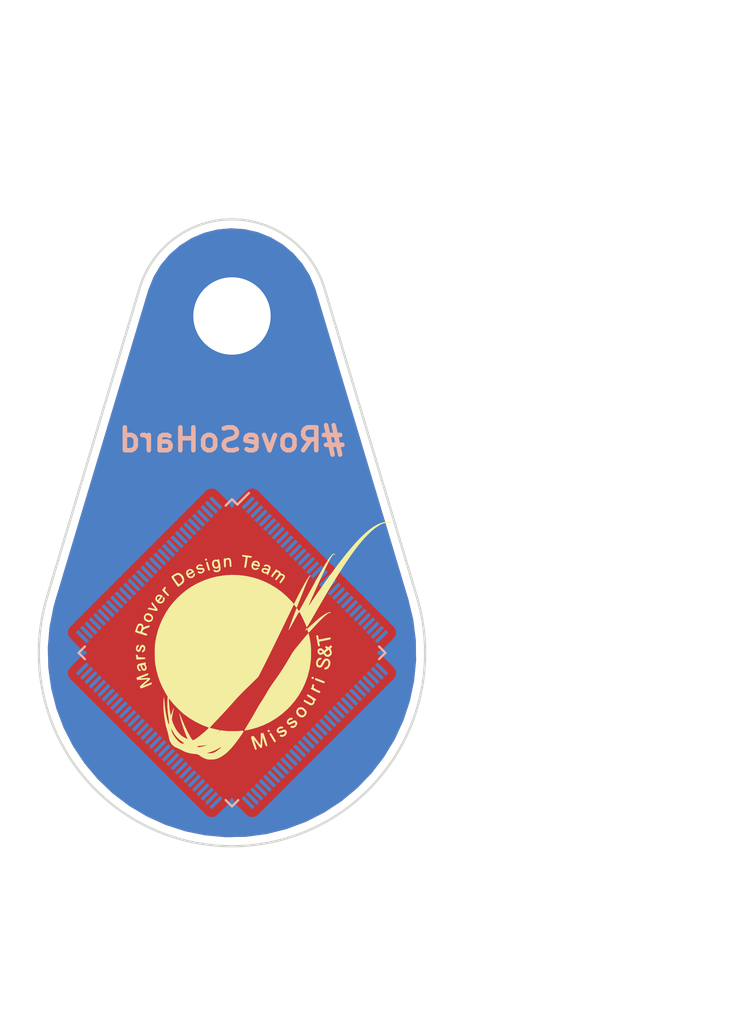
<source format=kicad_pcb>
(kicad_pcb (version 20171130) (host pcbnew "(5.0.2)-1")

  (general
    (thickness 1.6)
    (drawings 15)
    (tracks 0)
    (zones 0)
    (modules 3)
    (nets 2)
  )

  (page A4)
  (layers
    (0 F.Cu signal)
    (31 B.Cu signal)
    (32 B.Adhes user)
    (33 F.Adhes user)
    (34 B.Paste user)
    (35 F.Paste user)
    (36 B.SilkS user)
    (37 F.SilkS user)
    (38 B.Mask user)
    (39 F.Mask user)
    (40 Dwgs.User user)
    (41 Cmts.User user)
    (42 Eco1.User user)
    (43 Eco2.User user)
    (44 Edge.Cuts user)
    (45 Margin user)
    (46 B.CrtYd user)
    (47 F.CrtYd user)
    (48 B.Fab user)
    (49 F.Fab user)
  )

  (setup
    (last_trace_width 0.25)
    (trace_clearance 0.2)
    (zone_clearance 0.508)
    (zone_45_only no)
    (trace_min 0.2)
    (segment_width 0.2)
    (edge_width 0.15)
    (via_size 0.8)
    (via_drill 0.4)
    (via_min_size 0.4)
    (via_min_drill 0.3)
    (uvia_size 0.3)
    (uvia_drill 0.1)
    (uvias_allowed no)
    (uvia_min_size 0.2)
    (uvia_min_drill 0.1)
    (pcb_text_width 0.3)
    (pcb_text_size 1.5 1.5)
    (mod_edge_width 0.15)
    (mod_text_size 1 1)
    (mod_text_width 0.15)
    (pad_size 7.62 7.62)
    (pad_drill 5.08)
    (pad_to_mask_clearance 0.051)
    (solder_mask_min_width 0.25)
    (aux_axis_origin 0 0)
    (visible_elements FFFFFF7F)
    (pcbplotparams
      (layerselection 0x010fc_ffffffff)
      (usegerberextensions false)
      (usegerberattributes false)
      (usegerberadvancedattributes false)
      (creategerberjobfile false)
      (excludeedgelayer true)
      (linewidth 0.100000)
      (plotframeref false)
      (viasonmask false)
      (mode 1)
      (useauxorigin false)
      (hpglpennumber 1)
      (hpglpenspeed 20)
      (hpglpendiameter 15.000000)
      (psnegative false)
      (psa4output false)
      (plotreference true)
      (plotvalue true)
      (plotinvisibletext false)
      (padsonsilk false)
      (subtractmaskfromsilk false)
      (outputformat 1)
      (mirror false)
      (drillshape 1)
      (scaleselection 1)
      (outputdirectory ""))
  )

  (net 0 "")
  (net 1 GND)

  (net_class Default "This is the default net class."
    (clearance 0.2)
    (trace_width 0.25)
    (via_dia 0.8)
    (via_drill 0.4)
    (uvia_dia 0.3)
    (uvia_drill 0.1)
    (add_net GND)
  )

  (module Package_QFP:TQFP-128_14x14mm_P0.4mm (layer B.Cu) (tedit 5DF6A6D2) (tstamp 5DF6CF68)
    (at 152.4 63.5 225)
    (descr "TQFP128 14x14 / TQFP128 CASE 932BB (see ON Semiconductor 932BB.PDF)")
    (tags "QFP 0.4")
    (attr smd)
    (fp_text reference REF** (at 0 9.199999 225) (layer B.SilkS) hide
      (effects (font (size 1 1) (thickness 0.15)) (justify mirror))
    )
    (fp_text value TQFP-128_14x14mm_P0.4mm (at 0 -9.199999 225) (layer B.Fab)
      (effects (font (size 1 1) (thickness 0.15)) (justify mirror))
    )
    (fp_line (start -7.125 6.625) (end -8.2 6.625) (layer B.SilkS) (width 0.15))
    (fp_line (start 7.125 7.125) (end 6.54 7.125) (layer B.SilkS) (width 0.15))
    (fp_line (start 7.125 -7.125) (end 6.54 -7.125) (layer B.SilkS) (width 0.15))
    (fp_line (start -7.125 -7.125) (end -6.54 -7.125) (layer B.SilkS) (width 0.15))
    (fp_line (start -7.125 7.125) (end -6.54 7.125) (layer B.SilkS) (width 0.15))
    (fp_line (start -7.125 -7.125) (end -7.125 -6.54) (layer B.SilkS) (width 0.15))
    (fp_line (start 7.125 -7.125) (end 7.125 -6.54) (layer B.SilkS) (width 0.15))
    (fp_line (start 7.125 7.125) (end 7.125 6.54) (layer B.SilkS) (width 0.15))
    (fp_line (start -7.125 7.125) (end -7.125 6.625) (layer B.SilkS) (width 0.15))
    (fp_line (start -8.45 -8.45) (end 8.45 -8.45) (layer B.CrtYd) (width 0.05))
    (fp_line (start -8.45 8.45) (end 8.45 8.45) (layer B.CrtYd) (width 0.05))
    (fp_line (start 8.45 8.45) (end 8.45 -8.45) (layer B.CrtYd) (width 0.05))
    (fp_line (start -8.45 8.45) (end -8.45 -8.45) (layer B.CrtYd) (width 0.05))
    (fp_line (start -7 6) (end -6 7) (layer B.Fab) (width 0.15))
    (fp_line (start -7 -7) (end -7 6) (layer B.Fab) (width 0.15))
    (fp_line (start 7 -7) (end -7 -7) (layer B.Fab) (width 0.15))
    (fp_line (start 7 7) (end 7 -7) (layer B.Fab) (width 0.15))
    (fp_line (start -6 7) (end 7 7) (layer B.Fab) (width 0.15))
    (fp_text user %R (at 0 0 225) (layer B.Fab)
      (effects (font (size 1 1) (thickness 0.15)) (justify mirror))
    )
    (pad 128 smd rect (at -6.2 7.7 135) (size 1 0.23) (layers B.Cu B.Paste B.Mask))
    (pad 127 smd rect (at -5.8 7.7 135) (size 1 0.23) (layers B.Cu B.Paste B.Mask))
    (pad 126 smd rect (at -5.4 7.7 135) (size 1 0.23) (layers B.Cu B.Paste B.Mask))
    (pad 125 smd rect (at -5 7.7 135) (size 1 0.23) (layers B.Cu B.Paste B.Mask))
    (pad 124 smd rect (at -4.6 7.7 135) (size 1 0.23) (layers B.Cu B.Paste B.Mask))
    (pad 123 smd rect (at -4.2 7.7 135) (size 1 0.23) (layers B.Cu B.Paste B.Mask))
    (pad 122 smd rect (at -3.8 7.7 135) (size 1 0.23) (layers B.Cu B.Paste B.Mask))
    (pad 121 smd rect (at -3.4 7.7 135) (size 1 0.23) (layers B.Cu B.Paste B.Mask))
    (pad 120 smd rect (at -3 7.7 135) (size 1 0.23) (layers B.Cu B.Paste B.Mask))
    (pad 119 smd rect (at -2.6 7.7 135) (size 1 0.23) (layers B.Cu B.Paste B.Mask))
    (pad 118 smd rect (at -2.2 7.7 135) (size 1 0.23) (layers B.Cu B.Paste B.Mask))
    (pad 117 smd rect (at -1.8 7.7 135) (size 1 0.23) (layers B.Cu B.Paste B.Mask))
    (pad 116 smd rect (at -1.4 7.7 135) (size 1 0.23) (layers B.Cu B.Paste B.Mask))
    (pad 115 smd rect (at -1 7.7 135) (size 1 0.23) (layers B.Cu B.Paste B.Mask))
    (pad 114 smd rect (at -0.6 7.7 135) (size 1 0.23) (layers B.Cu B.Paste B.Mask))
    (pad 113 smd rect (at -0.2 7.7 135) (size 1 0.23) (layers B.Cu B.Paste B.Mask))
    (pad 112 smd rect (at 0.2 7.7 135) (size 1 0.23) (layers B.Cu B.Paste B.Mask))
    (pad 111 smd rect (at 0.6 7.7 135) (size 1 0.23) (layers B.Cu B.Paste B.Mask))
    (pad 110 smd rect (at 1 7.7 135) (size 1 0.23) (layers B.Cu B.Paste B.Mask))
    (pad 109 smd rect (at 1.4 7.7 135) (size 1 0.23) (layers B.Cu B.Paste B.Mask))
    (pad 108 smd rect (at 1.8 7.7 135) (size 1 0.23) (layers B.Cu B.Paste B.Mask))
    (pad 107 smd rect (at 2.2 7.7 135) (size 1 0.23) (layers B.Cu B.Paste B.Mask))
    (pad 106 smd rect (at 2.6 7.7 135) (size 1 0.23) (layers B.Cu B.Paste B.Mask))
    (pad 105 smd rect (at 3 7.7 135) (size 1 0.23) (layers B.Cu B.Paste B.Mask))
    (pad 104 smd rect (at 3.4 7.7 135) (size 1 0.23) (layers B.Cu B.Paste B.Mask))
    (pad 103 smd rect (at 3.8 7.7 135) (size 1 0.23) (layers B.Cu B.Paste B.Mask))
    (pad 102 smd rect (at 4.2 7.7 135) (size 1 0.23) (layers B.Cu B.Paste B.Mask))
    (pad 101 smd rect (at 4.6 7.7 135) (size 1 0.23) (layers B.Cu B.Paste B.Mask))
    (pad 100 smd rect (at 5 7.7 135) (size 1 0.23) (layers B.Cu B.Paste B.Mask))
    (pad 99 smd rect (at 5.4 7.7 135) (size 1 0.23) (layers B.Cu B.Paste B.Mask))
    (pad 98 smd rect (at 5.8 7.7 135) (size 1 0.23) (layers B.Cu B.Paste B.Mask))
    (pad 97 smd rect (at 6.2 7.7 135) (size 1 0.23) (layers B.Cu B.Paste B.Mask))
    (pad 96 smd rect (at 7.7 6.2 225) (size 1 0.23) (layers B.Cu B.Paste B.Mask))
    (pad 95 smd rect (at 7.7 5.8 225) (size 1 0.23) (layers B.Cu B.Paste B.Mask))
    (pad 94 smd rect (at 7.7 5.4 225) (size 1 0.23) (layers B.Cu B.Paste B.Mask))
    (pad 93 smd rect (at 7.7 5 225) (size 1 0.23) (layers B.Cu B.Paste B.Mask))
    (pad 92 smd rect (at 7.7 4.6 225) (size 1 0.23) (layers B.Cu B.Paste B.Mask))
    (pad 91 smd rect (at 7.7 4.2 225) (size 1 0.23) (layers B.Cu B.Paste B.Mask))
    (pad 90 smd rect (at 7.7 3.8 225) (size 1 0.23) (layers B.Cu B.Paste B.Mask))
    (pad 89 smd rect (at 7.7 3.4 225) (size 1 0.23) (layers B.Cu B.Paste B.Mask))
    (pad 88 smd rect (at 7.7 3 225) (size 1 0.23) (layers B.Cu B.Paste B.Mask))
    (pad 87 smd rect (at 7.7 2.6 225) (size 1 0.23) (layers B.Cu B.Paste B.Mask))
    (pad 86 smd rect (at 7.7 2.2 225) (size 1 0.23) (layers B.Cu B.Paste B.Mask))
    (pad 85 smd rect (at 7.7 1.8 225) (size 1 0.23) (layers B.Cu B.Paste B.Mask))
    (pad 84 smd rect (at 7.7 1.4 225) (size 1 0.23) (layers B.Cu B.Paste B.Mask))
    (pad 83 smd rect (at 7.7 1 225) (size 1 0.23) (layers B.Cu B.Paste B.Mask))
    (pad 82 smd rect (at 7.7 0.6 225) (size 1 0.23) (layers B.Cu B.Paste B.Mask))
    (pad 81 smd rect (at 7.7 0.2 225) (size 1 0.23) (layers B.Cu B.Paste B.Mask))
    (pad 80 smd rect (at 7.7 -0.2 225) (size 1 0.23) (layers B.Cu B.Paste B.Mask))
    (pad 79 smd rect (at 7.7 -0.6 225) (size 1 0.23) (layers B.Cu B.Paste B.Mask))
    (pad 78 smd rect (at 7.7 -1 225) (size 1 0.23) (layers B.Cu B.Paste B.Mask))
    (pad 77 smd rect (at 7.7 -1.4 225) (size 1 0.23) (layers B.Cu B.Paste B.Mask))
    (pad 76 smd rect (at 7.7 -1.8 225) (size 1 0.23) (layers B.Cu B.Paste B.Mask))
    (pad 75 smd rect (at 7.7 -2.2 225) (size 1 0.23) (layers B.Cu B.Paste B.Mask))
    (pad 74 smd rect (at 7.7 -2.6 225) (size 1 0.23) (layers B.Cu B.Paste B.Mask))
    (pad 73 smd rect (at 7.7 -3 225) (size 1 0.23) (layers B.Cu B.Paste B.Mask))
    (pad 72 smd rect (at 7.7 -3.4 225) (size 1 0.23) (layers B.Cu B.Paste B.Mask))
    (pad 71 smd rect (at 7.7 -3.8 225) (size 1 0.23) (layers B.Cu B.Paste B.Mask))
    (pad 70 smd rect (at 7.7 -4.2 225) (size 1 0.23) (layers B.Cu B.Paste B.Mask))
    (pad 69 smd rect (at 7.7 -4.6 225) (size 1 0.23) (layers B.Cu B.Paste B.Mask))
    (pad 68 smd rect (at 7.7 -5 225) (size 1 0.23) (layers B.Cu B.Paste B.Mask))
    (pad 67 smd rect (at 7.7 -5.4 225) (size 1 0.23) (layers B.Cu B.Paste B.Mask))
    (pad 66 smd rect (at 7.7 -5.8 225) (size 1 0.23) (layers B.Cu B.Paste B.Mask))
    (pad 65 smd rect (at 7.7 -6.2 225) (size 1 0.23) (layers B.Cu B.Paste B.Mask))
    (pad 64 smd rect (at 6.2 -7.7 135) (size 1 0.23) (layers B.Cu B.Paste B.Mask))
    (pad 63 smd rect (at 5.8 -7.7 135) (size 1 0.23) (layers B.Cu B.Paste B.Mask))
    (pad 62 smd rect (at 5.4 -7.7 135) (size 1 0.23) (layers B.Cu B.Paste B.Mask))
    (pad 61 smd rect (at 5 -7.7 135) (size 1 0.23) (layers B.Cu B.Paste B.Mask))
    (pad 60 smd rect (at 4.6 -7.7 135) (size 1 0.23) (layers B.Cu B.Paste B.Mask))
    (pad 59 smd rect (at 4.2 -7.7 135) (size 1 0.23) (layers B.Cu B.Paste B.Mask))
    (pad 58 smd rect (at 3.8 -7.7 135) (size 1 0.23) (layers B.Cu B.Paste B.Mask))
    (pad 57 smd rect (at 3.4 -7.7 135) (size 1 0.23) (layers B.Cu B.Paste B.Mask))
    (pad 56 smd rect (at 3 -7.7 135) (size 1 0.23) (layers B.Cu B.Paste B.Mask))
    (pad 55 smd rect (at 2.6 -7.7 135) (size 1 0.23) (layers B.Cu B.Paste B.Mask))
    (pad 54 smd rect (at 2.2 -7.7 135) (size 1 0.23) (layers B.Cu B.Paste B.Mask))
    (pad 53 smd rect (at 1.8 -7.7 135) (size 1 0.23) (layers B.Cu B.Paste B.Mask))
    (pad 52 smd rect (at 1.4 -7.7 135) (size 1 0.23) (layers B.Cu B.Paste B.Mask))
    (pad 51 smd rect (at 1 -7.7 135) (size 1 0.23) (layers B.Cu B.Paste B.Mask))
    (pad 50 smd rect (at 0.6 -7.7 135) (size 1 0.23) (layers B.Cu B.Paste B.Mask))
    (pad 49 smd rect (at 0.2 -7.7 135) (size 1 0.23) (layers B.Cu B.Paste B.Mask))
    (pad 48 smd rect (at -0.2 -7.7 135) (size 1 0.23) (layers B.Cu B.Paste B.Mask))
    (pad 47 smd rect (at -0.6 -7.7 135) (size 1 0.23) (layers B.Cu B.Paste B.Mask))
    (pad 46 smd rect (at -1 -7.7 135) (size 1 0.23) (layers B.Cu B.Paste B.Mask))
    (pad 45 smd rect (at -1.4 -7.7 135) (size 1 0.23) (layers B.Cu B.Paste B.Mask))
    (pad 44 smd rect (at -1.8 -7.7 135) (size 1 0.23) (layers B.Cu B.Paste B.Mask))
    (pad 43 smd rect (at -2.2 -7.7 135) (size 1 0.23) (layers B.Cu B.Paste B.Mask))
    (pad 42 smd rect (at -2.6 -7.7 135) (size 1 0.23) (layers B.Cu B.Paste B.Mask))
    (pad 41 smd rect (at -3 -7.7 135) (size 1 0.23) (layers B.Cu B.Paste B.Mask))
    (pad 40 smd rect (at -3.4 -7.7 135) (size 1 0.23) (layers B.Cu B.Paste B.Mask))
    (pad 39 smd rect (at -3.8 -7.7 135) (size 1 0.23) (layers B.Cu B.Paste B.Mask))
    (pad 38 smd rect (at -4.2 -7.7 135) (size 1 0.23) (layers B.Cu B.Paste B.Mask))
    (pad 37 smd rect (at -4.6 -7.7 135) (size 1 0.23) (layers B.Cu B.Paste B.Mask))
    (pad 36 smd rect (at -5 -7.7 135) (size 1 0.23) (layers B.Cu B.Paste B.Mask))
    (pad 35 smd rect (at -5.4 -7.7 135) (size 1 0.23) (layers B.Cu B.Paste B.Mask))
    (pad 34 smd rect (at -5.8 -7.7 135) (size 1 0.23) (layers B.Cu B.Paste B.Mask))
    (pad 33 smd rect (at -6.2 -7.7 135) (size 1 0.23) (layers B.Cu B.Paste B.Mask))
    (pad 32 smd rect (at -7.7 -6.2 225) (size 1 0.23) (layers B.Cu B.Paste B.Mask))
    (pad 31 smd rect (at -7.7 -5.8 225) (size 1 0.23) (layers B.Cu B.Paste B.Mask))
    (pad 30 smd rect (at -7.7 -5.4 225) (size 1 0.23) (layers B.Cu B.Paste B.Mask))
    (pad 29 smd rect (at -7.7 -5 225) (size 1 0.23) (layers B.Cu B.Paste B.Mask))
    (pad 28 smd rect (at -7.7 -4.6 225) (size 1 0.23) (layers B.Cu B.Paste B.Mask))
    (pad 27 smd rect (at -7.7 -4.2 225) (size 1 0.23) (layers B.Cu B.Paste B.Mask))
    (pad 26 smd rect (at -7.7 -3.8 225) (size 1 0.23) (layers B.Cu B.Paste B.Mask))
    (pad 25 smd rect (at -7.7 -3.4 225) (size 1 0.23) (layers B.Cu B.Paste B.Mask))
    (pad 24 smd rect (at -7.7 -3 225) (size 1 0.23) (layers B.Cu B.Paste B.Mask))
    (pad 23 smd rect (at -7.7 -2.6 225) (size 1 0.23) (layers B.Cu B.Paste B.Mask))
    (pad 22 smd rect (at -7.7 -2.2 225) (size 1 0.23) (layers B.Cu B.Paste B.Mask))
    (pad 21 smd rect (at -7.7 -1.8 225) (size 1 0.23) (layers B.Cu B.Paste B.Mask))
    (pad 20 smd rect (at -7.7 -1.4 225) (size 1 0.23) (layers B.Cu B.Paste B.Mask))
    (pad 19 smd rect (at -7.7 -1 225) (size 1 0.23) (layers B.Cu B.Paste B.Mask))
    (pad 18 smd rect (at -7.7 -0.6 225) (size 1 0.23) (layers B.Cu B.Paste B.Mask))
    (pad 17 smd rect (at -7.7 -0.2 225) (size 1 0.23) (layers B.Cu B.Paste B.Mask))
    (pad 16 smd rect (at -7.7 0.2 225) (size 1 0.23) (layers B.Cu B.Paste B.Mask))
    (pad 15 smd rect (at -7.7 0.6 225) (size 1 0.23) (layers B.Cu B.Paste B.Mask))
    (pad 14 smd rect (at -7.7 1 225) (size 1 0.23) (layers B.Cu B.Paste B.Mask))
    (pad 13 smd rect (at -7.7 1.4 225) (size 1 0.23) (layers B.Cu B.Paste B.Mask))
    (pad 12 smd rect (at -7.7 1.8 225) (size 1 0.23) (layers B.Cu B.Paste B.Mask))
    (pad 11 smd rect (at -7.7 2.2 225) (size 1 0.23) (layers B.Cu B.Paste B.Mask))
    (pad 10 smd rect (at -7.7 2.6 225) (size 1 0.23) (layers B.Cu B.Paste B.Mask))
    (pad 9 smd rect (at -7.7 3 225) (size 1 0.23) (layers B.Cu B.Paste B.Mask))
    (pad 8 smd rect (at -7.7 3.4 225) (size 1 0.23) (layers B.Cu B.Paste B.Mask))
    (pad 7 smd rect (at -7.7 3.8 225) (size 1 0.23) (layers B.Cu B.Paste B.Mask))
    (pad 6 smd rect (at -7.7 4.2 225) (size 1 0.23) (layers B.Cu B.Paste B.Mask))
    (pad 5 smd rect (at -7.7 4.6 225) (size 1 0.23) (layers B.Cu B.Paste B.Mask))
    (pad 4 smd rect (at -7.7 5 225) (size 1 0.23) (layers B.Cu B.Paste B.Mask))
    (pad 3 smd rect (at -7.7 5.4 225) (size 1 0.23) (layers B.Cu B.Paste B.Mask))
    (pad 2 smd rect (at -7.7 5.8 225) (size 1 0.23) (layers B.Cu B.Paste B.Mask))
    (pad 1 smd rect (at -7.7 6.2 225) (size 1 0.23) (layers B.Cu B.Paste B.Mask))
    (model ${KISYS3DMOD}/Package_QFP.3dshapes/TQFP-128_14x14mm_P0.4mm.wrl
      (at (xyz 0 0 0))
      (scale (xyz 1 1 1))
      (rotate (xyz 0 0 0))
    )
  )

  (module Hole:Hole (layer F.Cu) (tedit 5DF6AD01) (tstamp 5DF6E6AE)
    (at 152.4 41.402)
    (path /5DF6AC7B)
    (fp_text reference TP1 (at 0 0.5) (layer F.SilkS) hide
      (effects (font (size 1 1) (thickness 0.15)))
    )
    (fp_text value TestPoint (at 0 -0.5) (layer F.Fab)
      (effects (font (size 1 1) (thickness 0.15)))
    )
    (pad 1 thru_hole circle (at 0 0) (size 7.62 7.62) (drill 5.08) (layers *.Cu *.Mask)
      (net 1 GND))
  )

  (module Hole:MRDT_Logo_With_Text_20mm (layer F.Cu) (tedit 5DF6B1D2) (tstamp 5DF6FEAF)
    (at 152.4 63.5)
    (fp_text reference G*** (at 1.8542 -0.635) (layer F.SilkS) hide
      (effects (font (size 1.524 1.524) (thickness 0.3)))
    )
    (fp_text value MRDT_Logo_With_Text_20mm (at 0.7754 0) (layer F.SilkS) hide
      (effects (font (size 1.524 1.524) (thickness 0.3)))
    )
    (fp_poly (pts (xy 0.383503 -5.099615) (xy 0.83558 -5.051469) (xy 1.282328 -4.963638) (xy 1.720478 -4.836011)
      (xy 2.056973 -4.707575) (xy 2.478163 -4.50604) (xy 2.879276 -4.267281) (xy 3.258371 -3.992722)
      (xy 3.613508 -3.683784) (xy 3.942746 -3.341887) (xy 3.981587 -3.297364) (xy 4.069388 -3.19561)
      (xy 4.292366 -3.638876) (xy 4.419947 -3.88921) (xy 4.542476 -4.123211) (xy 4.658349 -4.33812)
      (xy 4.76596 -4.531176) (xy 4.863704 -4.69962) (xy 4.949976 -4.840692) (xy 5.023171 -4.951631)
      (xy 5.081684 -5.029677) (xy 5.123909 -5.072072) (xy 5.127134 -5.074219) (xy 5.152795 -5.088865)
      (xy 5.154064 -5.081663) (xy 5.130651 -5.046654) (xy 5.125442 -5.039271) (xy 5.091078 -4.98593)
      (xy 5.052637 -4.916564) (xy 5.008618 -4.827786) (xy 4.957519 -4.716204) (xy 4.897838 -4.57843)
      (xy 4.828073 -4.411075) (xy 4.746722 -4.210749) (xy 4.652283 -3.974064) (xy 4.642705 -3.94989)
      (xy 4.574727 -3.778077) (xy 4.509671 -3.613367) (xy 4.449727 -3.461318) (xy 4.397079 -3.327488)
      (xy 4.353916 -3.217435) (xy 4.322424 -3.136717) (xy 4.306327 -3.094958) (xy 4.279321 -3.027891)
      (xy 4.257245 -2.980395) (xy 4.244897 -2.96277) (xy 4.227378 -2.979053) (xy 4.192373 -3.02031)
      (xy 4.152327 -3.071303) (xy 4.109237 -3.125544) (xy 4.077183 -3.161603) (xy 4.063801 -3.171474)
      (xy 4.053492 -3.151464) (xy 4.026324 -3.096559) (xy 3.98402 -3.010298) (xy 3.928306 -2.896216)
      (xy 3.860904 -2.757852) (xy 3.783539 -2.598744) (xy 3.697935 -2.422428) (xy 3.605817 -2.232442)
      (xy 3.555766 -2.129117) (xy 3.376087 -1.758148) (xy 3.213644 -1.422952) (xy 3.067123 -1.120852)
      (xy 2.935213 -0.849171) (xy 2.816601 -0.605234) (xy 2.709973 -0.386363) (xy 2.614019 -0.189883)
      (xy 2.527424 -0.013117) (xy 2.448877 0.146612) (xy 2.377066 0.29198) (xy 2.310676 0.425664)
      (xy 2.248397 0.550339) (xy 2.188914 0.668683) (xy 2.130917 0.783372) (xy 2.073092 0.897082)
      (xy 2.037552 0.966697) (xy 1.726156 1.575873) (xy 1.389774 1.905857) (xy 1.267043 2.026118)
      (xy 1.131775 2.158438) (xy 0.994933 2.292108) (xy 0.867482 2.416415) (xy 0.767929 2.51332)
      (xy 0.653525 2.626847) (xy 0.528052 2.755211) (xy 0.403599 2.885808) (xy 0.292253 3.006033)
      (xy 0.245906 3.057605) (xy -0.006462 3.34093) (xy -0.238193 3.598193) (xy -0.455691 3.836362)
      (xy -0.665358 4.062408) (xy -0.8736 4.2833) (xy -1.04198 4.459439) (xy -1.151317 4.574073)
      (xy -1.249438 4.678708) (xy -1.33284 4.769463) (xy -1.398017 4.84246) (xy -1.441465 4.893818)
      (xy -1.459679 4.919659) (xy -1.45969 4.921862) (xy -1.434941 4.929636) (xy -1.37732 4.944872)
      (xy -1.295556 4.965459) (xy -1.198378 4.989285) (xy -1.094516 5.014237) (xy -0.9927 5.038206)
      (xy -0.901658 5.059077) (xy -0.83012 5.074741) (xy -0.813868 5.078089) (xy -0.760506 5.088832)
      (xy -0.825963 5.145782) (xy -0.886072 5.197798) (xy -0.95245 5.254854) (xy -0.966373 5.266765)
      (xy -1.00999 5.305287) (xy -1.022301 5.319219) (xy -1.005759 5.310101) (xy -0.962813 5.279476)
      (xy -0.895915 5.228885) (xy -0.851992 5.19482) (xy -0.708687 5.082888) (xy -0.585185 5.10608)
      (xy -0.481205 5.120462) (xy -0.34521 5.131732) (xy -0.187774 5.139649) (xy -0.019475 5.143973)
      (xy 0.149112 5.144463) (xy 0.30741 5.140879) (xy 0.444843 5.13298) (xy 0.475656 5.130209)
      (xy 0.603544 5.119507) (xy 0.691312 5.116636) (xy 0.7408 5.121577) (xy 0.751837 5.127041)
      (xy 0.751257 5.152904) (xy 0.725666 5.208013) (xy 0.674348 5.293705) (xy 0.611534 5.389265)
      (xy 0.387797 5.70932) (xy 0.174609 5.990082) (xy -0.02968 6.233167) (xy -0.226718 6.440193)
      (xy -0.418154 6.612774) (xy -0.605639 6.752528) (xy -0.790821 6.861071) (xy -0.96836 6.937551)
      (xy -1.06737 6.968126) (xy -1.165309 6.986688) (xy -1.2802 6.996202) (xy -1.336809 6.998188)
      (xy -1.4324 6.999492) (xy -1.515403 6.998544) (xy -1.574222 6.995581) (xy -1.592943 6.992968)
      (xy -1.792142 6.92952) (xy -1.969478 6.841917) (xy -2.075292 6.77258) (xy -2.155803 6.715968)
      (xy -2.215134 6.679272) (xy -2.266632 6.657303) (xy -2.323643 6.64487) (xy -2.399513 6.636783)
      (xy -2.431228 6.634163) (xy -2.675438 6.605223) (xy -2.803738 6.577605) (xy -1.62329 6.577605)
      (xy -1.609961 6.590565) (xy -1.558637 6.59789) (xy -1.47086 6.598473) (xy -1.448361 6.597653)
      (xy -1.344737 6.590129) (xy -1.264037 6.574767) (xy -1.18661 6.546828) (xy -1.13226 6.521421)
      (xy -1.062371 6.481984) (xy -0.980782 6.428328) (xy -0.895867 6.366941) (xy -0.816003 6.304311)
      (xy -0.749565 6.246927) (xy -0.704928 6.201278) (xy -0.691095 6.179646) (xy -0.704417 6.178952)
      (xy -0.747116 6.197275) (xy -0.812203 6.231277) (xy -0.878382 6.26911) (xy -1.060809 6.365422)
      (xy -1.261357 6.451865) (xy -1.459629 6.51998) (xy -1.529785 6.539212) (xy -1.597079 6.560118)
      (xy -1.62329 6.577605) (xy -2.803738 6.577605) (xy -2.889491 6.559146) (xy -3.083445 6.493113)
      (xy -3.26736 6.404304) (xy -3.283217 6.395408) (xy -3.380673 6.343888) (xy -3.492945 6.290008)
      (xy -3.589263 6.248137) (xy -3.737739 6.178764) (xy -3.822093 6.122444) (xy -2.284346 6.122444)
      (xy -2.279708 6.14261) (xy -2.265724 6.16272) (xy -2.240279 6.182921) (xy -2.20195 6.192227)
      (xy -2.144211 6.190256) (xy -2.060534 6.176627) (xy -1.944389 6.150957) (xy -1.905472 6.141635)
      (xy -1.806186 6.116123) (xy -1.72488 6.092508) (xy -1.665865 6.072518) (xy -1.63345 6.057883)
      (xy -1.631945 6.05033) (xy -1.66566 6.05159) (xy -1.688994 6.054798) (xy -1.739904 6.061342)
      (xy -1.821618 6.070476) (xy -1.922428 6.080941) (xy -2.019834 6.090455) (xy -2.119527 6.100436)
      (xy -2.202541 6.109775) (xy -2.260311 6.117437) (xy -2.284277 6.122386) (xy -2.284346 6.122444)
      (xy -3.822093 6.122444) (xy -3.852443 6.102181) (xy -3.942288 6.011924) (xy -3.974687 5.968479)
      (xy -4.048116 5.844879) (xy -4.102577 5.711042) (xy -4.143046 5.553649) (xy -4.156183 5.482578)
      (xy -4.17801 5.374064) (xy -4.208987 5.245993) (xy -4.243944 5.119026) (xy -4.26108 5.063106)
      (xy -4.293635 4.946597) (xy -3.996958 4.946597) (xy -3.986087 5.057196) (xy -3.958817 5.174035)
      (xy -3.900495 5.308254) (xy -3.815143 5.452899) (xy -3.706786 5.601018) (xy -3.6005 5.723497)
      (xy -3.496986 5.827363) (xy -3.409869 5.898712) (xy -3.333218 5.941412) (xy -3.261096 5.959329)
      (xy -3.236828 5.960462) (xy -3.178266 5.957573) (xy -3.139843 5.950345) (xy -3.134378 5.947303)
      (xy -3.14488 5.930613) (xy -3.184166 5.897245) (xy -3.244853 5.853204) (xy -3.274896 5.833002)
      (xy -3.382832 5.752438) (xy -3.500692 5.648961) (xy -3.615549 5.535084) (xy -3.714474 5.423322)
      (xy -3.760419 5.363033) (xy -3.79493 5.309419) (xy -3.840866 5.23205) (xy -3.889927 5.145031)
      (xy -3.904867 5.117571) (xy -3.996958 4.946597) (xy -4.293635 4.946597) (xy -4.339422 4.782737)
      (xy -4.402869 4.476281) (xy -4.452159 4.139297) (xy -4.488028 3.767339) (xy -4.49676 3.640712)
      (xy -4.500097 3.558633) (xy -4.501368 3.45898) (xy -4.500817 3.349425) (xy -4.498686 3.237643)
      (xy -4.495216 3.131305) (xy -4.490652 3.038084) (xy -4.485233 2.965654) (xy -4.479205 2.921687)
      (xy -4.473755 2.912452) (xy -4.469715 2.934935) (xy -4.46283 2.992988) (xy -4.453829 3.079644)
      (xy -4.443441 3.187934) (xy -4.433986 3.292684) (xy -4.397709 3.637211) (xy -4.352234 3.945858)
      (xy -4.296567 4.224637) (xy -4.249474 4.410764) (xy -4.214756 4.533257) (xy -4.188529 4.617985)
      (xy -4.168978 4.668613) (xy -4.15429 4.688802) (xy -4.142649 4.682214) (xy -4.13224 4.652512)
      (xy -4.131371 4.649108) (xy -4.128373 4.60012) (xy -4.13368 4.516966) (xy -4.146615 4.407214)
      (xy -4.162026 4.305216) (xy -4.210384 3.949374) (xy -4.2377 3.603761) (xy -4.24324 3.279204)
      (xy -4.23935 3.160853) (xy -4.231189 2.99252) (xy -4.157245 2.99252) (xy -4.154531 3.053669)
      (xy -4.147547 3.156076) (xy -4.136265 3.300147) (xy -4.120812 3.484496) (xy -4.108623 3.608206)
      (xy -4.093665 3.731682) (xy -4.077079 3.848209) (xy -4.060006 3.95107) (xy -4.043587 4.033551)
      (xy -4.028963 4.088937) (xy -4.017275 4.110511) (xy -4.014614 4.109503) (xy -4.001857 4.083198)
      (xy -3.979684 4.025822) (xy -3.951682 3.946966) (xy -3.932488 3.890042) (xy -3.903448 3.805995)
      (xy -3.875676 3.732056) (xy -3.851692 3.673827) (xy -3.834015 3.636906) (xy -3.825165 3.626894)
      (xy -3.82766 3.649389) (xy -3.831666 3.665925) (xy -3.847184 3.733223) (xy -3.865998 3.82551)
      (xy -3.88638 3.932942) (xy -3.906602 4.045676) (xy -3.924936 4.153867) (xy -3.939653 4.247673)
      (xy -3.949026 4.317249) (xy -3.951515 4.348602) (xy -3.940796 4.421413) (xy -3.911188 4.52152)
      (xy -3.866514 4.640075) (xy -3.810595 4.768226) (xy -3.747255 4.897126) (xy -3.680314 5.017924)
      (xy -3.624083 5.106681) (xy -3.540807 5.216074) (xy -3.443992 5.32384) (xy -3.345958 5.417037)
      (xy -3.277723 5.470502) (xy -3.219994 5.507287) (xy -3.148702 5.548578) (xy -3.07342 5.589389)
      (xy -3.003723 5.624732) (xy -2.949186 5.649623) (xy -2.919384 5.659075) (xy -2.916888 5.65841)
      (xy -2.921839 5.637036) (xy -2.940787 5.584855) (xy -2.970574 5.51015) (xy -3.001176 5.43719)
      (xy -3.088007 5.221463) (xy -3.176081 4.979506) (xy -3.260046 4.727267) (xy -3.334547 4.48069)
      (xy -3.384383 4.295657) (xy -3.410834 4.187805) (xy -3.43222 4.095534) (xy -3.446911 4.026299)
      (xy -3.453278 3.987554) (xy -3.45298 3.98204) (xy -3.443031 3.998341) (xy -3.420068 4.048572)
      (xy -3.386581 4.126892) (xy -3.345059 4.227455) (xy -3.297994 4.344419) (xy -3.290148 4.364184)
      (xy -3.095925 4.821403) (xy -2.889955 5.241748) (xy -2.734839 5.521262) (xy -2.676511 5.620249)
      (xy -2.632953 5.686277) (xy -2.59677 5.72287) (xy -2.560567 5.733551) (xy -2.516948 5.721845)
      (xy -2.458518 5.691276) (xy -2.422004 5.670344) (xy -2.348995 5.623413) (xy -2.251763 5.553522)
      (xy -2.13764 5.466462) (xy -2.013957 5.368024) (xy -1.888046 5.264) (xy -1.76724 5.160181)
      (xy -1.698895 5.099161) (xy -1.614511 5.021176) (xy -1.559397 4.966436) (xy -1.530088 4.930789)
      (xy -1.523118 4.910081) (xy -1.533304 4.900706) (xy -1.979589 4.725796) (xy -2.401762 4.518783)
      (xy -2.796971 4.281222) (xy -3.162362 4.01467) (xy -3.170005 4.008524) (xy -3.290017 3.90592)
      (xy -3.426504 3.779534) (xy -3.57059 3.638406) (xy -3.713396 3.491577) (xy -3.846045 3.348087)
      (xy -3.959658 3.216975) (xy -4.014758 3.14832) (xy -4.071242 3.075661) (xy -4.117276 3.017584)
      (xy -4.147222 2.981134) (xy -4.155717 2.972227) (xy -4.157245 2.99252) (xy -4.231189 2.99252)
      (xy -4.22521 2.869227) (xy -4.369073 2.62724) (xy -4.563916 2.268903) (xy -4.726593 1.901557)
      (xy -4.859659 1.51802) (xy -4.965673 1.111111) (xy -5.032868 0.763067) (xy -5.050281 0.624964)
      (xy -5.063004 0.454816) (xy -5.071034 0.262678) (xy -5.074371 0.058601) (xy -5.073013 -0.147362)
      (xy -5.066958 -0.345158) (xy -5.056206 -0.524735) (xy -5.040753 -0.676039) (xy -5.033093 -0.727366)
      (xy -4.961655 -1.092958) (xy -4.873679 -1.430518) (xy -4.765089 -1.752838) (xy -4.631812 -2.072716)
      (xy -4.549339 -2.246512) (xy -4.365302 -2.591139) (xy -4.166891 -2.9045) (xy -3.946366 -3.197237)
      (xy -3.695991 -3.479994) (xy -3.532182 -3.645428) (xy -3.272113 -3.885543) (xy -3.015521 -4.094171)
      (xy -2.7507 -4.279722) (xy -2.465946 -4.450609) (xy -2.257716 -4.561323) (xy -1.842344 -4.748957)
      (xy -1.41268 -4.897571) (xy -0.971993 -5.007055) (xy -0.523553 -5.077298) (xy -0.070631 -5.108188)
      (xy 0.383503 -5.099615)) (layer F.SilkS) (width 0.01))
    (fp_poly (pts (xy 2.067509 5.277217) (xy 2.078364 5.30434) (xy 2.09971 5.365498) (xy 2.129302 5.453977)
      (xy 2.1649 5.563066) (xy 2.204261 5.686052) (xy 2.207524 5.696349) (xy 2.251045 5.835446)
      (xy 2.282067 5.939365) (xy 2.301782 6.013365) (xy 2.311379 6.062702) (xy 2.31205 6.092634)
      (xy 2.304985 6.108419) (xy 2.301492 6.111209) (xy 2.272264 6.124662) (xy 2.246552 6.120926)
      (xy 2.221442 6.095433) (xy 2.194021 6.043614) (xy 2.161375 5.960899) (xy 2.120589 5.842719)
      (xy 2.110084 5.811051) (xy 2.071285 5.694932) (xy 2.043354 5.615666) (xy 2.024436 5.569357)
      (xy 2.012675 5.55211) (xy 2.006216 5.56003) (xy 2.00332 5.586933) (xy 2.000498 5.6413)
      (xy 1.996168 5.726715) (xy 1.990915 5.83159) (xy 1.985322 5.944336) (xy 1.98517 5.94742)
      (xy 1.979171 6.060465) (xy 1.973288 6.138157) (xy 1.96598 6.187801) (xy 1.955706 6.216699)
      (xy 1.940925 6.232157) (xy 1.923387 6.240287) (xy 1.903514 6.244001) (xy 1.881975 6.237083)
      (xy 1.854421 6.21509) (xy 1.816502 6.173575) (xy 1.763868 6.108094) (xy 1.692172 6.014203)
      (xy 1.658895 5.969978) (xy 1.587336 5.875522) (xy 1.524992 5.794848) (xy 1.47616 5.733387)
      (xy 1.445139 5.69657) (xy 1.436081 5.688441) (xy 1.439907 5.709947) (xy 1.454826 5.764738)
      (xy 1.478712 5.845506) (xy 1.50944 5.944944) (xy 1.52448 5.992415) (xy 1.564991 6.120707)
      (xy 1.593063 6.213937) (xy 1.609855 6.277512) (xy 1.61652 6.316838) (xy 1.614217 6.33732)
      (xy 1.6041 6.344363) (xy 1.599811 6.344664) (xy 1.563668 6.351705) (xy 1.548697 6.356758)
      (xy 1.534473 6.352474) (xy 1.516498 6.326906) (xy 1.492998 6.275872) (xy 1.462199 6.195193)
      (xy 1.422327 6.080686) (xy 1.387979 5.977892) (xy 1.347294 5.853745) (xy 1.311183 5.741591)
      (xy 1.281861 5.64847) (xy 1.261543 5.581421) (xy 1.252444 5.547482) (xy 1.252329 5.546811)
      (xy 1.259775 5.51548) (xy 1.298659 5.489364) (xy 1.331258 5.476536) (xy 1.38656 5.459237)
      (xy 1.417172 5.459313) (xy 1.437861 5.477838) (xy 1.442646 5.484642) (xy 1.463949 5.514523)
      (xy 1.505609 5.571792) (xy 1.562569 5.649535) (xy 1.629769 5.740841) (xy 1.669016 5.794004)
      (xy 1.869377 6.065109) (xy 1.883005 5.890054) (xy 1.889239 5.786156) (xy 1.894007 5.661423)
      (xy 1.896543 5.537705) (xy 1.896761 5.498594) (xy 1.896889 5.282188) (xy 1.974712 5.267588)
      (xy 2.037782 5.26325) (xy 2.067509 5.277217)) (layer F.SilkS) (width 0.01))
    (fp_poly (pts (xy 2.566167 5.28359) (xy 2.600536 5.332385) (xy 2.646068 5.402115) (xy 2.697827 5.484673)
      (xy 2.750879 5.571955) (xy 2.800287 5.655854) (xy 2.841116 5.728264) (xy 2.86843 5.781078)
      (xy 2.877371 5.804964) (xy 2.86176 5.834537) (xy 2.836603 5.853443) (xy 2.80838 5.86219)
      (xy 2.783021 5.848753) (xy 2.750795 5.806436) (xy 2.736889 5.784824) (xy 2.700325 5.726178)
      (xy 2.649918 5.644348) (xy 2.593882 5.552696) (xy 2.56464 5.504594) (xy 2.51366 5.419366)
      (xy 2.482757 5.362776) (xy 2.469298 5.327311) (xy 2.470654 5.305461) (xy 2.484193 5.289712)
      (xy 2.488262 5.286535) (xy 2.527343 5.265907) (xy 2.547897 5.263837) (xy 2.566167 5.28359)) (layer F.SilkS) (width 0.01))
    (fp_poly (pts (xy 3.292126 4.847207) (xy 3.342672 4.865569) (xy 3.368709 4.888208) (xy 3.369662 4.893211)
      (xy 3.350615 4.926498) (xy 3.30253 4.951153) (xy 3.238992 4.960932) (xy 3.223459 4.96041)
      (xy 3.150773 4.970232) (xy 3.090418 5.004757) (xy 3.054503 5.055389) (xy 3.049494 5.083884)
      (xy 3.0625 5.12265) (xy 3.103136 5.135664) (xy 3.173828 5.123073) (xy 3.250326 5.095999)
      (xy 3.327186 5.068308) (xy 3.395324 5.049021) (xy 3.435957 5.042647) (xy 3.512105 5.061992)
      (xy 3.5686 5.115395) (xy 3.595943 5.185413) (xy 3.593047 5.275046) (xy 3.555743 5.357978)
      (xy 3.492306 5.428183) (xy 3.411011 5.479635) (xy 3.320132 5.506309) (xy 3.227947 5.50218)
      (xy 3.182897 5.486176) (xy 3.144007 5.462352) (xy 3.140892 5.436419) (xy 3.164201 5.400693)
      (xy 3.192039 5.377147) (xy 3.232317 5.376577) (xy 3.26354 5.384332) (xy 3.346683 5.390203)
      (xy 3.414869 5.361077) (xy 3.459658 5.302396) (xy 3.472337 5.249713) (xy 3.474133 5.207039)
      (xy 3.466419 5.182071) (xy 3.442559 5.174171) (xy 3.395916 5.182702) (xy 3.319853 5.207025)
      (xy 3.257083 5.229022) (xy 3.173779 5.257525) (xy 3.119211 5.272138) (xy 3.082223 5.274161)
      (xy 3.051655 5.264894) (xy 3.032965 5.255136) (xy 2.966665 5.198663) (xy 2.934272 5.127415)
      (xy 2.939744 5.050869) (xy 2.943472 5.040954) (xy 2.990008 4.96837) (xy 3.060463 4.901146)
      (xy 3.138992 4.852899) (xy 3.177385 4.839913) (xy 3.232041 4.837272) (xy 3.292126 4.847207)) (layer F.SilkS) (width 0.01))
    (fp_poly (pts (xy 2.444681 5.074347) (xy 2.462565 5.099074) (xy 2.485352 5.138672) (xy 2.491001 5.158913)
      (xy 2.490905 5.159003) (xy 2.468686 5.172289) (xy 2.436572 5.189526) (xy 2.40139 5.201822)
      (xy 2.377297 5.186466) (xy 2.35752 5.152703) (xy 2.338209 5.109359) (xy 2.343871 5.086449)
      (xy 2.376472 5.06818) (xy 2.41618 5.056909) (xy 2.444681 5.074347)) (layer F.SilkS) (width 0.01))
    (fp_poly (pts (xy 5.025921 -1.265078) (xy 5.03273 -1.255219) (xy 5.045554 -1.220129) (xy 5.062983 -1.150958)
      (xy 5.083439 -1.055863) (xy 5.105343 -0.943004) (xy 5.127118 -0.820538) (xy 5.147187 -0.696622)
      (xy 5.163971 -0.579416) (xy 5.165074 -0.570966) (xy 5.175864 -0.455712) (xy 5.183437 -0.308693)
      (xy 5.187798 -0.140712) (xy 5.188952 0.037428) (xy 5.186904 0.214925) (xy 5.181657 0.380975)
      (xy 5.173219 0.524777) (xy 5.164535 0.613656) (xy 5.085287 1.084005) (xy 4.966906 1.537895)
      (xy 4.809926 1.974245) (xy 4.614883 2.391978) (xy 4.382314 2.790014) (xy 4.112752 3.167275)
      (xy 3.806733 3.522681) (xy 3.633774 3.69811) (xy 3.281416 4.010564) (xy 2.906341 4.287438)
      (xy 2.510297 4.527788) (xy 2.095029 4.73067) (xy 1.662284 4.89514) (xy 1.213808 5.020255)
      (xy 1.168604 5.030467) (xy 1.036202 5.05867) (xy 0.940564 5.076244) (xy 0.877241 5.08369)
      (xy 0.841786 5.081509) (xy 0.829749 5.070203) (xy 0.829662 5.068647) (xy 0.840318 5.046056)
      (xy 0.869996 4.993046) (xy 0.915256 4.915501) (xy 0.972661 4.819305) (xy 1.038773 4.710343)
      (xy 1.044376 4.701183) (xy 1.165385 4.501087) (xy 1.293882 4.284356) (xy 1.422909 4.062966)
      (xy 1.545509 3.848894) (xy 1.654723 3.65412) (xy 1.692085 3.58616) (xy 1.732516 3.516065)
      (xy 1.790202 3.421279) (xy 1.858496 3.312484) (xy 1.930751 3.200359) (xy 1.957752 3.159269)
      (xy 2.039938 3.031344) (xy 2.129766 2.885615) (xy 2.216989 2.739033) (xy 2.291364 2.608547)
      (xy 2.298943 2.594769) (xy 2.36041 2.488718) (xy 2.440803 2.359241) (xy 2.533238 2.216912)
      (xy 2.630832 2.072308) (xy 2.7267 1.936006) (xy 2.73712 1.921593) (xy 2.90547 1.686765)
      (xy 3.060943 1.463696) (xy 3.20838 1.244843) (xy 3.35262 1.022667) (xy 3.498504 0.789625)
      (xy 3.650871 0.538177) (xy 3.814561 0.260781) (xy 3.923516 0.073048) (xy 3.971308 -0.002062)
      (xy 4.038941 -0.098199) (xy 4.118232 -0.204189) (xy 4.200999 -0.308854) (xy 4.220441 -0.332498)
      (xy 4.31075 -0.441547) (xy 4.416771 -0.569816) (xy 4.527128 -0.703529) (xy 4.630449 -0.828911)
      (xy 4.66143 -0.866559) (xy 4.767505 -0.995466) (xy 4.849707 -1.094886) (xy 4.91133 -1.168262)
      (xy 4.955662 -1.219041) (xy 4.985997 -1.250668) (xy 5.005624 -1.266586) (xy 5.017835 -1.270241)
      (xy 5.025921 -1.265078)) (layer F.SilkS) (width 0.01))
    (fp_poly (pts (xy 3.975799 4.284009) (xy 3.980861 4.328372) (xy 3.978827 4.335613) (xy 3.955511 4.369204)
      (xy 3.90689 4.380716) (xy 3.894043 4.380967) (xy 3.820789 4.395847) (xy 3.758306 4.43422)
      (xy 3.718791 4.486686) (xy 3.711174 4.521925) (xy 3.721045 4.566014) (xy 3.7385 4.584893)
      (xy 3.76879 4.580371) (xy 3.826036 4.559268) (xy 3.899818 4.525634) (xy 3.930005 4.51042)
      (xy 4.012542 4.469146) (xy 4.068686 4.446157) (xy 4.10911 4.438559) (xy 4.144488 4.443459)
      (xy 4.159463 4.448217) (xy 4.22021 4.488446) (xy 4.267185 4.55287) (xy 4.287399 4.623302)
      (xy 4.287477 4.627479) (xy 4.272304 4.692537) (xy 4.233319 4.767152) (xy 4.180322 4.834565)
      (xy 4.15107 4.860762) (xy 4.060585 4.912073) (xy 3.970591 4.924225) (xy 3.908611 4.912472)
      (xy 3.858135 4.895372) (xy 3.842401 4.877371) (xy 3.854925 4.846483) (xy 3.864487 4.830887)
      (xy 3.894901 4.803004) (xy 3.944434 4.799683) (xy 3.960124 4.801886) (xy 4.03287 4.79809)
      (xy 4.097205 4.768249) (xy 4.144542 4.720751) (xy 4.166294 4.663984) (xy 4.156137 4.61042)
      (xy 4.136463 4.584763) (xy 4.107948 4.57636) (xy 4.063147 4.586528) (xy 3.994612 4.616585)
      (xy 3.927048 4.650936) (xy 3.850327 4.68974) (xy 3.799312 4.710359) (xy 3.762479 4.715493)
      (xy 3.728304 4.707841) (xy 3.711742 4.70137) (xy 3.642709 4.653239) (xy 3.607752 4.584122)
      (xy 3.608345 4.500589) (xy 3.645957 4.409208) (xy 3.646202 4.408807) (xy 3.721254 4.321942)
      (xy 3.818162 4.27174) (xy 3.863665 4.261822) (xy 3.935852 4.261261) (xy 3.975799 4.284009)) (layer F.SilkS) (width 0.01))
    (fp_poly (pts (xy 4.635459 3.589832) (xy 4.699385 3.624427) (xy 4.769782 3.682613) (xy 4.834687 3.752133)
      (xy 4.882137 3.820729) (xy 4.897872 3.858697) (xy 4.899897 3.945445) (xy 4.869886 4.035183)
      (xy 4.815423 4.118027) (xy 4.744089 4.184091) (xy 4.663469 4.223488) (xy 4.61292 4.230202)
      (xy 4.543699 4.223523) (xy 4.483657 4.209121) (xy 4.480216 4.207807) (xy 4.428236 4.180756)
      (xy 4.367962 4.141165) (xy 4.357462 4.133351) (xy 4.278806 4.051869) (xy 4.235661 3.960548)
      (xy 4.226553 3.881976) (xy 4.335116 3.881976) (xy 4.36946 3.949104) (xy 4.423408 4.010246)
      (xy 4.481452 4.063978) (xy 4.527441 4.092217) (xy 4.576241 4.102602) (xy 4.604837 4.103488)
      (xy 4.690111 4.090035) (xy 4.735712 4.060799) (xy 4.770804 3.997554) (xy 4.778401 3.940099)
      (xy 4.771745 3.885685) (xy 4.746334 3.83797) (xy 4.694006 3.781808) (xy 4.692124 3.780015)
      (xy 4.634112 3.730235) (xy 4.585037 3.705639) (xy 4.527121 3.698112) (xy 4.512245 3.697941)
      (xy 4.444744 3.703757) (xy 4.400309 3.726275) (xy 4.374404 3.754181) (xy 4.337225 3.819411)
      (xy 4.335116 3.881976) (xy 4.226553 3.881976) (xy 4.22469 3.865913) (xy 4.242555 3.774493)
      (xy 4.285917 3.692813) (xy 4.351437 3.627401) (xy 4.435778 3.584783) (xy 4.535601 3.571487)
      (xy 4.635459 3.589832)) (layer F.SilkS) (width 0.01))
    (fp_poly (pts (xy 5.014688 2.743595) (xy 5.071175 2.774402) (xy 5.145415 2.817819) (xy 5.229583 2.868955)
      (xy 5.315852 2.922915) (xy 5.396399 2.974807) (xy 5.463398 3.019738) (xy 5.509024 3.052814)
      (xy 5.52546 3.069005) (xy 5.508941 3.107652) (xy 5.472431 3.129693) (xy 5.448153 3.12836)
      (xy 5.428852 3.132023) (xy 5.420041 3.167001) (xy 5.418737 3.206868) (xy 5.412191 3.272303)
      (xy 5.386413 3.324134) (xy 5.346166 3.369235) (xy 5.275878 3.423172) (xy 5.204117 3.440388)
      (xy 5.121859 3.421669) (xy 5.064193 3.393782) (xy 5.000766 3.357961) (xy 4.918691 3.310495)
      (xy 4.837026 3.262424) (xy 4.76647 3.219276) (xy 4.726737 3.189757) (xy 4.711452 3.166546)
      (xy 4.714241 3.142325) (xy 4.720126 3.128196) (xy 4.731473 3.104504) (xy 4.744194 3.091293)
      (xy 4.764969 3.090519) (xy 4.800477 3.104138) (xy 4.857399 3.134108) (xy 4.942414 3.182385)
      (xy 4.981306 3.204694) (xy 5.088317 3.263076) (xy 5.167041 3.297683) (xy 5.223798 3.309736)
      (xy 5.264906 3.300456) (xy 5.296685 3.271065) (xy 5.300132 3.266301) (xy 5.330718 3.208132)
      (xy 5.334773 3.153596) (xy 5.309577 3.098714) (xy 5.252411 3.039507) (xy 5.160557 2.971995)
      (xy 5.053454 2.905273) (xy 4.980541 2.861001) (xy 4.938792 2.831237) (xy 4.922297 2.809327)
      (xy 4.925148 2.788616) (xy 4.935044 2.771937) (xy 4.964234 2.739005) (xy 4.983778 2.730292)
      (xy 5.014688 2.743595)) (layer F.SilkS) (width 0.01))
    (fp_poly (pts (xy 5.371983 2.08275) (xy 5.400059 2.114693) (xy 5.399712 2.146469) (xy 5.384823 2.178615)
      (xy 5.36318 2.228287) (xy 5.354835 2.262387) (xy 5.373249 2.294712) (xy 5.423668 2.337829)
      (xy 5.498486 2.386622) (xy 5.590097 2.435971) (xy 5.661253 2.468578) (xy 5.74227 2.506179)
      (xy 5.786902 2.53716) (xy 5.799642 2.567196) (xy 5.784988 2.60196) (xy 5.776258 2.613731)
      (xy 5.76231 2.625004) (xy 5.740335 2.627108) (xy 5.70427 2.617991) (xy 5.648053 2.595603)
      (xy 5.565619 2.557895) (xy 5.456964 2.505752) (xy 5.345404 2.451275) (xy 5.267272 2.411468)
      (xy 5.217416 2.382723) (xy 5.190685 2.361437) (xy 5.181926 2.344003) (xy 5.185989 2.326815)
      (xy 5.190158 2.319013) (xy 5.219057 2.287864) (xy 5.241531 2.283067) (xy 5.257682 2.275331)
      (xy 5.257264 2.232295) (xy 5.255533 2.220747) (xy 5.257353 2.149638) (xy 5.286627 2.096793)
      (xy 5.317974 2.062077) (xy 5.34069 2.058387) (xy 5.371983 2.08275)) (layer F.SilkS) (width 0.01))
    (fp_poly (pts (xy -5.514498 1.367902) (xy -5.503102 1.394184) (xy -5.500457 1.412739) (xy -5.506619 1.429547)
      (xy -5.526739 1.447485) (xy -5.565968 1.46943) (xy -5.629456 1.49826) (xy -5.722354 1.536851)
      (xy -5.849812 1.58808) (xy -5.851179 1.588626) (xy -5.927064 1.619771) (xy -5.98643 1.645692)
      (xy -6.019037 1.661871) (xy -6.021935 1.663992) (xy -6.0058 1.667028) (xy -5.954219 1.667689)
      (xy -5.874366 1.66607) (xy -5.773412 1.662269) (xy -5.725687 1.660007) (xy -5.59742 1.654339)
      (xy -5.505658 1.653038) (xy -5.444339 1.6573) (xy -5.407397 1.66832) (xy -5.388769 1.687293)
      (xy -5.382389 1.715415) (xy -5.381926 1.727757) (xy -5.397346 1.749797) (xy -5.44004 1.793506)
      (xy -5.504294 1.853453) (xy -5.584393 1.924212) (xy -5.627061 1.960651) (xy -5.712459 2.033215)
      (xy -5.784938 2.095604) (xy -5.838846 2.142889) (xy -5.86853 2.170141) (xy -5.872523 2.174718)
      (xy -5.86955 2.176742) (xy -5.857023 2.17394) (xy -5.829529 2.164231) (xy -5.781654 2.14553)
      (xy -5.707987 2.115755) (xy -5.603114 2.072822) (xy -5.534196 2.044501) (xy -5.440856 2.006989)
      (xy -5.362841 1.977285) (xy -5.30799 1.958254) (xy -5.284142 1.952763) (xy -5.283858 1.952937)
      (xy -5.275287 1.978044) (xy -5.27 2.009797) (xy -5.271014 2.028836) (xy -5.282499 2.046911)
      (xy -5.309813 2.066972) (xy -5.358314 2.091973) (xy -5.433361 2.124865) (xy -5.540311 2.168602)
      (xy -5.605716 2.194778) (xy -5.71943 2.239544) (xy -5.820335 2.278176) (xy -5.901365 2.308057)
      (xy -5.955452 2.326566) (xy -5.974438 2.331426) (xy -6.001204 2.31401) (xy -6.022463 2.27714)
      (xy -6.037992 2.229986) (xy -6.043279 2.203604) (xy -6.027866 2.183595) (xy -5.985639 2.141939)
      (xy -5.922619 2.08427) (xy -5.844828 2.016224) (xy -5.824498 1.998863) (xy -5.715356 1.906185)
      (xy -5.635594 1.837933) (xy -5.582332 1.790573) (xy -5.552691 1.760573) (xy -5.54379 1.7444)
      (xy -5.55275 1.738521) (xy -5.57669 1.739404) (xy -5.612733 1.743515) (xy -5.616701 1.743947)
      (xy -5.676721 1.749045) (xy -5.766578 1.755053) (xy -5.873455 1.761173) (xy -5.970208 1.765963)
      (xy -6.227978 1.777716) (xy -6.273302 1.630034) (xy -5.916835 1.490038) (xy -5.800898 1.444986)
      (xy -5.698128 1.405957) (xy -5.615334 1.375464) (xy -5.559323 1.35602) (xy -5.537506 1.350042)
      (xy -5.514498 1.367902)) (layer F.SilkS) (width 0.01))
    (fp_poly (pts (xy 5.767562 1.760663) (xy 5.87125 1.800401) (xy 5.961573 1.836536) (xy 6.030443 1.86572)
      (xy 6.069769 1.884603) (xy 6.074633 1.887789) (xy 6.086977 1.920593) (xy 6.074627 1.960042)
      (xy 6.046182 1.986062) (xy 6.031642 1.98817) (xy 6.003 1.979969) (xy 5.942867 1.959077)
      (xy 5.859464 1.928459) (xy 5.761015 1.891083) (xy 5.738906 1.882539) (xy 5.63912 1.84385)
      (xy 5.553565 1.810662) (xy 5.490177 1.786053) (xy 5.45689 1.773103) (xy 5.454377 1.772118)
      (xy 5.449299 1.750345) (xy 5.461689 1.710175) (xy 5.486723 1.655231) (xy 5.767562 1.760663)) (layer F.SilkS) (width 0.01))
    (fp_poly (pts (xy 5.312132 1.588072) (xy 5.360345 1.609878) (xy 5.374281 1.63703) (xy 5.363092 1.679137)
      (xy 5.332574 1.707979) (xy 5.283455 1.708289) (xy 5.250428 1.693519) (xy 5.230612 1.657026)
      (xy 5.234538 1.620291) (xy 5.248004 1.583951) (xy 5.272118 1.576542) (xy 5.312132 1.588072)) (layer F.SilkS) (width 0.01))
    (fp_poly (pts (xy -5.688257 0.639982) (xy -5.667447 0.669672) (xy -5.66428 0.706839) (xy -5.681221 0.731544)
      (xy -5.692954 0.751965) (xy -5.680181 0.790375) (xy -5.65938 0.826611) (xy -5.625251 0.903759)
      (xy -5.608826 0.985107) (xy -5.608578 0.990978) (xy -5.623313 1.071766) (xy -5.666431 1.133717)
      (xy -5.729419 1.168591) (xy -5.793929 1.170458) (xy -5.845671 1.156099) (xy -5.883702 1.131663)
      (xy -5.915386 1.088485) (xy -5.948089 1.017899) (xy -5.969169 0.964281) (xy -5.999709 0.892846)
      (xy -6.028323 0.840371) (xy -6.049447 0.816844) (xy -6.051549 0.816429) (xy -6.095779 0.83554)
      (xy -6.1224 0.888295) (xy -6.128331 0.943429) (xy -6.121734 1.014802) (xy -6.098106 1.056718)
      (xy -6.050523 1.081195) (xy -6.048615 1.081797) (xy -6.008604 1.111969) (xy -6.00059 1.148707)
      (xy -6.01371 1.190089) (xy -6.048994 1.199517) (xy -6.100333 1.177019) (xy -6.13643 1.148087)
      (xy -6.202287 1.060959) (xy -6.233441 0.959648) (xy -6.22749 0.855141) (xy -6.210891 0.807378)
      (xy -6.202949 0.795084) (xy -5.936383 0.795084) (xy -5.893909 0.907143) (xy -5.852179 0.996992)
      (xy -5.80978 1.051575) (xy -5.769432 1.068909) (xy -5.733854 1.047006) (xy -5.723862 1.031277)
      (xy -5.704597 0.956532) (xy -5.720627 0.885482) (xy -5.765536 0.828999) (xy -5.832905 0.797952)
      (xy -5.863313 0.795084) (xy -5.936383 0.795084) (xy -6.202949 0.795084) (xy -6.190847 0.776351)
      (xy -6.157747 0.751201) (xy -6.104336 0.72892) (xy -6.023361 0.706499) (xy -5.907569 0.680929)
      (xy -5.90454 0.680301) (xy -5.82494 0.662904) (xy -5.758768 0.646813) (xy -5.720109 0.635456)
      (xy -5.719703 0.635297) (xy -5.688257 0.639982)) (layer F.SilkS) (width 0.01))
    (fp_poly (pts (xy 5.844444 0.329912) (xy 5.864089 0.349328) (xy 5.866973 0.378255) (xy 5.856951 0.419052)
      (xy 5.819317 0.442634) (xy 5.799203 0.448567) (xy 5.722077 0.489533) (xy 5.6666 0.563567)
      (xy 5.639572 0.651096) (xy 5.640848 0.729874) (xy 5.66772 0.793347) (xy 5.714327 0.831373)
      (xy 5.747456 0.837773) (xy 5.780263 0.83384) (xy 5.808841 0.817729) (xy 5.838573 0.782976)
      (xy 5.87484 0.723115) (xy 5.923025 0.631683) (xy 5.929352 0.619287) (xy 6.001425 0.498814)
      (xy 6.074749 0.419402) (xy 6.15131 0.379426) (xy 6.226751 0.376153) (xy 6.329338 0.411435)
      (xy 6.404752 0.478383) (xy 6.450602 0.573907) (xy 6.46462 0.683849) (xy 6.451966 0.761144)
      (xy 6.419017 0.850982) (xy 6.373291 0.938026) (xy 6.322309 1.006937) (xy 6.293864 1.032165)
      (xy 6.244229 1.057017) (xy 6.182229 1.076793) (xy 6.123352 1.087871) (xy 6.083085 1.086627)
      (xy 6.076612 1.082986) (xy 6.068726 1.050351) (xy 6.080314 1.006592) (xy 6.103716 0.9724)
      (xy 6.120259 0.965084) (xy 6.18818 0.945192) (xy 6.255854 0.894742) (xy 6.295009 0.847006)
      (xy 6.326263 0.773106) (xy 6.337292 0.687507) (xy 6.328156 0.606016) (xy 6.298912 0.544441)
      (xy 6.293864 0.53895) (xy 6.240487 0.503559) (xy 6.186892 0.505906) (xy 6.131269 0.547165)
      (xy 6.071814 0.628512) (xy 6.025005 0.713781) (xy 5.96439 0.824639) (xy 5.910452 0.899772)
      (xy 5.857927 0.94444) (xy 5.801555 0.963903) (xy 5.772897 0.965841) (xy 5.668429 0.950507)
      (xy 5.59281 0.90412) (xy 5.545526 0.826105) (xy 5.526061 0.715883) (xy 5.52546 0.688571)
      (xy 5.540303 0.573591) (xy 5.581189 0.472471) (xy 5.642658 0.392563) (xy 5.719248 0.341219)
      (xy 5.795145 0.325504) (xy 5.844444 0.329912)) (layer F.SilkS) (width 0.01))
    (fp_poly (pts (xy -6.220299 0.12939) (xy -6.196498 0.168353) (xy -6.192691 0.19897) (xy -6.185862 0.242321)
      (xy -6.161357 0.272302) (xy -6.113149 0.291123) (xy -6.035211 0.300996) (xy -5.921515 0.304131)
      (xy -5.905943 0.30416) (xy -5.811595 0.304595) (xy -5.751971 0.307206) (xy -5.719109 0.313949)
      (xy -5.705045 0.32678) (xy -5.701815 0.347656) (xy -5.701767 0.354325) (xy -5.704126 0.378092)
      (xy -5.716604 0.393714) (xy -5.747299 0.403846) (xy -5.80431 0.411143) (xy -5.895734 0.418258)
      (xy -5.897147 0.418359) (xy -6.047198 0.427777) (xy -6.158625 0.431734) (xy -6.235157 0.430111)
      (xy -6.280523 0.422787) (xy -6.298453 0.409646) (xy -6.299087 0.405546) (xy -6.28803 0.364667)
      (xy -6.279341 0.348175) (xy -6.275121 0.303661) (xy -6.29034 0.274056) (xy -6.317538 0.220868)
      (xy -6.311132 0.175292) (xy -6.293515 0.146994) (xy -6.256372 0.120345) (xy -6.220299 0.12939)) (layer F.SilkS) (width 0.01))
    (fp_poly (pts (xy 6.532922 -0.448116) (xy 6.580063 -0.400976) (xy 6.520882 -0.339204) (xy 6.461701 -0.277433)
      (xy 6.50585 -0.195062) (xy 6.54085 -0.094834) (xy 6.549998 -0.008477) (xy 6.546252 0.057447)
      (xy 6.529502 0.10525) (xy 6.491482 0.153596) (xy 6.467131 0.178604) (xy 6.409993 0.229658)
      (xy 6.361599 0.254299) (xy 6.305588 0.26064) (xy 6.301711 0.260616) (xy 6.230602 0.251818)
      (xy 6.167409 0.231503) (xy 6.162412 0.22894) (xy 6.113436 0.189996) (xy 6.066437 0.134113)
      (xy 6.059901 0.12407) (xy 6.014136 0.05002) (xy 5.94589 0.091632) (xy 5.855264 0.126372)
      (xy 5.770146 0.121704) (xy 5.698039 0.080544) (xy 5.665066 0.032781) (xy 6.122503 0.032781)
      (xy 6.155366 0.07235) (xy 6.192055 0.100292) (xy 6.26547 0.130648) (xy 6.339494 0.118559)
      (xy 6.387035 0.089165) (xy 6.433353 0.029747) (xy 6.43951 -0.043752) (xy 6.40548 -0.130864)
      (xy 6.400203 -0.139754) (xy 6.357291 -0.210138) (xy 6.229468 -0.11178) (xy 6.158296 -0.052152)
      (xy 6.12306 -0.006342) (xy 6.122503 0.032781) (xy 5.665066 0.032781) (xy 5.646442 0.005804)
      (xy 5.634137 -0.029468) (xy 5.630711 -0.065914) (xy 5.728242 -0.065914) (xy 5.738906 -0.037353)
      (xy 5.77871 -0.002278) (xy 5.836184 0.001628) (xy 5.899684 -0.025772) (xy 5.912448 -0.035317)
      (xy 5.945997 -0.065693) (xy 5.948131 -0.088363) (xy 5.922177 -0.120695) (xy 5.870387 -0.156612)
      (xy 5.814955 -0.16448) (xy 5.766025 -0.148911) (xy 5.73374 -0.114518) (xy 5.728242 -0.065914)
      (xy 5.630711 -0.065914) (xy 5.625237 -0.12412) (xy 5.650171 -0.204266) (xy 5.704014 -0.26254)
      (xy 5.781839 -0.291575) (xy 5.810683 -0.293487) (xy 5.872572 -0.286966) (xy 5.924074 -0.261683)
      (xy 5.976266 -0.216272) (xy 6.055341 -0.139056) (xy 6.131913 -0.197461) (xy 6.186206 -0.243162)
      (xy 6.205139 -0.273425) (xy 6.190428 -0.293979) (xy 6.163987 -0.304734) (xy 6.132895 -0.323841)
      (xy 6.130497 -0.361155) (xy 6.133706 -0.375498) (xy 6.146081 -0.419081) (xy 6.153838 -0.438055)
      (xy 6.175002 -0.433862) (xy 6.2224 -0.416598) (xy 6.255909 -0.402755) (xy 6.352063 -0.361538)
      (xy 6.485782 -0.495257) (xy 6.532922 -0.448116)) (layer F.SilkS) (width 0.01))
    (fp_poly (pts (xy -5.828471 -0.51281) (xy -5.772279 -0.473635) (xy -5.764158 -0.465885) (xy -5.72253 -0.414683)
      (xy -5.704659 -0.359189) (xy -5.701767 -0.304741) (xy -5.715809 -0.194865) (xy -5.756419 -0.112256)
      (xy -5.818565 -0.062853) (xy -5.875755 -0.041156) (xy -5.905171 -0.044656) (xy -5.914905 -0.0754)
      (xy -5.915212 -0.087288) (xy -5.895661 -0.13798) (xy -5.86244 -0.161268) (xy -5.819744 -0.1982)
      (xy -5.797112 -0.252536) (xy -5.794137 -0.311839) (xy -5.810418 -0.363672) (xy -5.845549 -0.395598)
      (xy -5.870198 -0.40021) (xy -5.898689 -0.388555) (xy -5.926801 -0.349112) (xy -5.959213 -0.275163)
      (xy -5.961606 -0.268934) (xy -6.002193 -0.181901) (xy -6.047299 -0.115866) (xy -6.07002 -0.094141)
      (xy -6.111482 -0.066934) (xy -6.144804 -0.062915) (xy -6.191217 -0.080657) (xy -6.201089 -0.085331)
      (xy -6.264301 -0.136816) (xy -6.301218 -0.211144) (xy -6.311272 -0.297089) (xy -6.293893 -0.383427)
      (xy -6.248513 -0.458934) (xy -6.221315 -0.484444) (xy -6.171532 -0.519183) (xy -6.142824 -0.523584)
      (xy -6.126042 -0.49746) (xy -6.121641 -0.482406) (xy -6.125957 -0.435151) (xy -6.161841 -0.395479)
      (xy -6.200042 -0.351171) (xy -6.2136 -0.289549) (xy -6.214036 -0.270593) (xy -6.210913 -0.216143)
      (xy -6.196614 -0.192204) (xy -6.163738 -0.186767) (xy -6.16239 -0.186765) (xy -6.129129 -0.193592)
      (xy -6.104552 -0.220587) (xy -6.080716 -0.277522) (xy -6.075076 -0.29415) (xy -6.031109 -0.396073)
      (xy -5.977378 -0.473053) (xy -5.919309 -0.518589) (xy -5.879656 -0.528277) (xy -5.828471 -0.51281)) (layer F.SilkS) (width 0.01))
    (fp_poly (pts (xy 5.625393 -1.142176) (xy 5.644047 -1.120584) (xy 5.658881 -1.073021) (xy 5.670326 -1.016423)
      (xy 5.684377 -0.946694) (xy 5.69665 -0.895872) (xy 5.703625 -0.876611) (xy 5.726428 -0.877589)
      (xy 5.784291 -0.885781) (xy 5.870406 -0.900064) (xy 5.977966 -0.919311) (xy 6.090392 -0.940512)
      (xy 6.230936 -0.967185) (xy 6.334806 -0.985069) (xy 6.407163 -0.993884) (xy 6.453165 -0.99335)
      (xy 6.477972 -0.983188) (xy 6.486743 -0.963118) (xy 6.484637 -0.93286) (xy 6.482183 -0.919278)
      (xy 6.472999 -0.903934) (xy 6.448083 -0.889238) (xy 6.402032 -0.87363) (xy 6.329447 -0.855549)
      (xy 6.224926 -0.833432) (xy 6.101512 -0.809253) (xy 5.981282 -0.786014) (xy 5.876682 -0.765485)
      (xy 5.794463 -0.749015) (xy 5.741378 -0.737957) (xy 5.724097 -0.733752) (xy 5.725916 -0.711336)
      (xy 5.736419 -0.653948) (xy 5.754333 -0.568129) (xy 5.770887 -0.493373) (xy 5.76927 -0.457132)
      (xy 5.736021 -0.439369) (xy 5.726343 -0.437314) (xy 5.681447 -0.437748) (xy 5.662 -0.451607)
      (xy 5.651885 -0.488544) (xy 5.637184 -0.555498) (xy 5.61948 -0.643713) (xy 5.600355 -0.744431)
      (xy 5.581392 -0.848895) (xy 5.564172 -0.948348) (xy 5.550279 -1.034032) (xy 5.541294 -1.097192)
      (xy 5.538801 -1.129068) (xy 5.539242 -1.130955) (xy 5.56616 -1.14388) (xy 5.597658 -1.147269)
      (xy 5.625393 -1.142176)) (layer F.SilkS) (width 0.01))
    (fp_poly (pts (xy -5.958506 -1.905331) (xy -5.891314 -1.868393) (xy -5.844967 -1.812552) (xy -5.829834 -1.749443)
      (xy -5.824021 -1.692048) (xy -5.803641 -1.672548) (xy -5.764286 -1.687375) (xy -5.758018 -1.691332)
      (xy -5.710943 -1.71468) (xy -5.64513 -1.738622) (xy -5.571296 -1.760442) (xy -5.500158 -1.777427)
      (xy -5.442434 -1.78686) (xy -5.408841 -1.786025) (xy -5.404443 -1.780909) (xy -5.413751 -1.732176)
      (xy -5.439915 -1.694909) (xy -5.490316 -1.663424) (xy -5.572335 -1.63204) (xy -5.615783 -1.6182)
      (xy -5.725796 -1.579005) (xy -5.801059 -1.537358) (xy -5.849339 -1.48695) (xy -5.878402 -1.421475)
      (xy -5.883965 -1.400384) (xy -5.888392 -1.370365) (xy -5.879083 -1.349153) (xy -5.848115 -1.330524)
      (xy -5.787563 -1.308253) (xy -5.751524 -1.296356) (xy -5.677054 -1.270621) (xy -5.618656 -1.247857)
      (xy -5.588296 -1.232751) (xy -5.587588 -1.232154) (xy -5.579727 -1.204106) (xy -5.585894 -1.164154)
      (xy -5.601081 -1.133272) (xy -5.612491 -1.127826) (xy -5.636649 -1.134566) (xy -5.694658 -1.15209)
      (xy -5.779671 -1.178289) (xy -5.884843 -1.211056) (xy -5.985619 -1.2427) (xy -6.102499 -1.27998)
      (xy -6.204839 -1.313482) (xy -6.285833 -1.34091) (xy -6.338671 -1.359964) (xy -6.35638 -1.367876)
      (xy -6.357357 -1.394744) (xy -6.345367 -1.448556) (xy -6.223584 -1.448556) (xy -6.22327 -1.44818)
      (xy -6.191655 -1.431428) (xy -6.136676 -1.41236) (xy -6.07694 -1.39646) (xy -6.031053 -1.389212)
      (xy -6.023863 -1.389401) (xy -6.001851 -1.41095) (xy -5.975931 -1.465641) (xy -5.954088 -1.53147)
      (xy -5.929783 -1.636949) (xy -5.927747 -1.711641) (xy -5.948819 -1.761683) (xy -5.989633 -1.791358)
      (xy -6.051931 -1.801667) (xy -6.106689 -1.771677) (xy -6.154672 -1.700677) (xy -6.192115 -1.603015)
      (xy -6.21222 -1.530747) (xy -6.22348 -1.475432) (xy -6.223584 -1.448556) (xy -6.345367 -1.448556)
      (xy -6.344791 -1.451137) (xy -6.322107 -1.527407) (xy -6.292728 -1.613908) (xy -6.26008 -1.700992)
      (xy -6.227585 -1.779011) (xy -6.198667 -1.838318) (xy -6.179215 -1.867055) (xy -6.113052 -1.908228)
      (xy -6.035951 -1.919797) (xy -5.958506 -1.905331)) (layer F.SilkS) (width 0.01))
    (fp_poly (pts (xy 6.457397 -2.653854) (xy 6.468764 -2.64578) (xy 6.478639 -2.627284) (xy 6.453379 -2.62044)
      (xy 6.435469 -2.620042) (xy 6.391894 -2.616354) (xy 6.348447 -2.602352) (xy 6.297584 -2.573625)
      (xy 6.231762 -2.525765) (xy 6.143437 -2.454362) (xy 6.123107 -2.437452) (xy 6.003678 -2.331655)
      (xy 5.85926 -2.192786) (xy 5.690729 -2.021732) (xy 5.498961 -1.819384) (xy 5.292899 -1.595504)
      (xy 5.211666 -1.506878) (xy 5.139878 -1.429891) (xy 5.082631 -1.3699) (xy 5.045018 -1.332261)
      (xy 5.032751 -1.321921) (xy 5.018128 -1.336928) (xy 4.997737 -1.38277) (xy 4.979381 -1.438431)
      (xy 4.94354 -1.561718) (xy 5.07988 -1.69067) (xy 5.219541 -1.820529) (xy 5.365285 -1.952075)
      (xy 5.508975 -2.07821) (xy 5.642471 -2.191841) (xy 5.757636 -2.285872) (xy 5.803387 -2.321484)
      (xy 5.955919 -2.432265) (xy 6.095692 -2.523159) (xy 6.219216 -2.592467) (xy 6.323001 -2.638485)
      (xy 6.403558 -2.659515) (xy 6.457397 -2.653854)) (layer F.SilkS) (width 0.01))
    (fp_poly (pts (xy 4.938197 -1.61748) (xy 4.934565 -1.576329) (xy 4.934471 -1.57597) (xy 4.918307 -1.544444)
      (xy 4.88918 -1.506132) (xy 4.856802 -1.471492) (xy 4.830885 -1.45098) (xy 4.82109 -1.453894)
      (xy 4.830032 -1.480652) (xy 4.852571 -1.530248) (xy 4.864598 -1.554419) (xy 4.8966 -1.604485)
      (xy 4.923338 -1.626185) (xy 4.938197 -1.61748)) (layer F.SilkS) (width 0.01))
    (fp_poly (pts (xy 10.359378 -8.579736) (xy 10.429261 -8.568462) (xy 10.461283 -8.557652) (xy 10.454384 -8.548525)
      (xy 10.407504 -8.542304) (xy 10.319585 -8.540207) (xy 10.295964 -8.540403) (xy 10.144974 -8.535448)
      (xy 10.010552 -8.513908) (xy 9.880734 -8.472079) (xy 9.743559 -8.406254) (xy 9.612051 -8.328549)
      (xy 9.381155 -8.166992) (xy 9.140827 -7.96624) (xy 8.890824 -7.726012) (xy 8.6309 -7.446029)
      (xy 8.360808 -7.126011) (xy 8.080305 -6.765678) (xy 7.789145 -6.364751) (xy 7.487082 -5.92295)
      (xy 7.439037 -5.85044) (xy 7.265088 -5.584506) (xy 7.083228 -5.30217) (xy 6.898304 -5.011191)
      (xy 6.715166 -4.719327) (xy 6.53866 -4.434335) (xy 6.373636 -4.163974) (xy 6.224942 -3.916002)
      (xy 6.140594 -3.772647) (xy 6.017367 -3.561052) (xy 5.886731 -3.3363) (xy 5.752381 -3.104774)
      (xy 5.618011 -2.87286) (xy 5.487314 -2.646942) (xy 5.363986 -2.433405) (xy 5.251719 -2.238634)
      (xy 5.154209 -2.069013) (xy 5.086826 -1.951374) (xy 5.020752 -1.837619) (xy 4.971894 -1.758321)
      (xy 4.937791 -1.710053) (xy 4.915983 -1.689388) (xy 4.904009 -1.692899) (xy 4.902933 -1.695239)
      (xy 4.850012 -1.825373) (xy 4.789286 -1.965909) (xy 4.723922 -2.110346) (xy 4.657088 -2.25218)
      (xy 4.591953 -2.38491) (xy 4.531684 -2.502034) (xy 4.47945 -2.597049) (xy 4.438417 -2.663453)
      (xy 4.419064 -2.688392) (xy 4.40499 -2.675261) (xy 4.374116 -2.629872) (xy 4.329744 -2.557627)
      (xy 4.275175 -2.463928) (xy 4.21371 -2.354178) (xy 4.203849 -2.336208) (xy 4.111446 -2.168079)
      (xy 4.023654 -2.009727) (xy 3.942749 -1.865152) (xy 3.871008 -1.73835) (xy 3.810708 -1.633322)
      (xy 3.764124 -1.554066) (xy 3.733533 -1.504581) (xy 3.721418 -1.488781) (xy 3.724432 -1.507396)
      (xy 3.73889 -1.557162) (xy 3.76206 -1.628967) (xy 3.774201 -1.664874) (xy 3.800704 -1.740391)
      (xy 3.837069 -1.841363) (xy 3.881016 -1.961705) (xy 3.930268 -2.095332) (xy 3.982545 -2.236159)
      (xy 4.035569 -2.378101) (xy 4.087062 -2.515072) (xy 4.134744 -2.640988) (xy 4.176336 -2.749762)
      (xy 4.209562 -2.835311) (xy 4.232141 -2.891549) (xy 4.240841 -2.911055) (xy 4.255867 -2.922355)
      (xy 4.278333 -2.906521) (xy 4.31352 -2.858995) (xy 4.329478 -2.834559) (xy 4.367261 -2.778355)
      (xy 4.395396 -2.741471) (xy 4.406716 -2.732166) (xy 4.418441 -2.751998) (xy 4.447922 -2.804338)
      (xy 4.492419 -2.884247) (xy 4.549191 -2.986788) (xy 4.615497 -3.107022) (xy 4.688542 -3.239911)
      (xy 4.90635 -3.636342) (xy 5.105021 -3.996973) (xy 5.285593 -4.323622) (xy 5.449104 -4.618109)
      (xy 5.596593 -4.882254) (xy 5.729097 -5.117875) (xy 5.847655 -5.326794) (xy 5.953306 -5.510829)
      (xy 6.047087 -5.6718) (xy 6.130037 -5.811525) (xy 6.203194 -5.931826) (xy 6.267596 -6.034522)
      (xy 6.324281 -6.121431) (xy 6.374289 -6.194373) (xy 6.37491 -6.195252) (xy 6.438843 -6.279478)
      (xy 6.507267 -6.359431) (xy 6.573282 -6.428073) (xy 6.629989 -6.478368) (xy 6.670488 -6.503277)
      (xy 6.67833 -6.504748) (xy 6.722751 -6.489801) (xy 6.756471 -6.455911) (xy 6.763443 -6.433137)
      (xy 6.750578 -6.42966) (xy 6.724591 -6.447914) (xy 6.696592 -6.468336) (xy 6.672561 -6.46396)
      (xy 6.637745 -6.431077) (xy 6.631683 -6.424542) (xy 6.591602 -6.378012) (xy 6.550856 -6.323385)
      (xy 6.507023 -6.256361) (xy 6.457679 -6.172637) (xy 6.400404 -6.067913) (xy 6.332773 -5.937886)
      (xy 6.252364 -5.778256) (xy 6.156755 -5.584721) (xy 6.14364 -5.557982) (xy 6.090293 -5.447624)
      (xy 6.026623 -5.313358) (xy 5.954372 -5.15905) (xy 5.87528 -4.988564) (xy 5.791089 -4.805767)
      (xy 5.703541 -4.614523) (xy 5.614376 -4.418697) (xy 5.525336 -4.222155) (xy 5.438163 -4.028761)
      (xy 5.354596 -3.842381) (xy 5.276379 -3.66688) (xy 5.205252 -3.506124) (xy 5.142957 -3.363977)
      (xy 5.091234 -3.244304) (xy 5.051825 -3.150971) (xy 5.026472 -3.087843) (xy 5.016915 -3.058784)
      (xy 5.017082 -3.057369) (xy 5.030681 -3.071709) (xy 5.063703 -3.115657) (xy 5.111896 -3.183298)
      (xy 5.171007 -3.268717) (xy 5.205292 -3.319151) (xy 5.618859 -3.925118) (xy 6.0145 -4.492554)
      (xy 6.392197 -5.021437) (xy 6.751935 -5.511743) (xy 7.093696 -5.96345) (xy 7.417463 -6.376536)
      (xy 7.72322 -6.750978) (xy 8.005929 -7.08105) (xy 8.26594 -7.366395) (xy 8.520392 -7.625527)
      (xy 8.766279 -7.855683) (xy 9.000594 -8.0541) (xy 9.220331 -8.218013) (xy 9.301605 -8.272104)
      (xy 9.516666 -8.396355) (xy 9.727393 -8.491707) (xy 9.928671 -8.556451) (xy 10.115385 -8.588876)
      (xy 10.252693 -8.590253) (xy 10.359378 -8.579736)) (layer F.SilkS) (width 0.01))
    (fp_poly (pts (xy -5.422439 -2.570135) (xy -5.363853 -2.543132) (xy -5.269543 -2.481843) (xy -5.213172 -2.408107)
      (xy -5.190432 -2.315631) (xy -5.189498 -2.288219) (xy -5.207801 -2.187298) (xy -5.257932 -2.107455)
      (xy -5.332722 -2.0524) (xy -5.425002 -2.025841) (xy -5.527604 -2.03149) (xy -5.6198 -2.06555)
      (xy -5.683005 -2.107358) (xy -5.736474 -2.156272) (xy -5.742531 -2.163535) (xy -5.780226 -2.243297)
      (xy -5.784298 -2.313118) (xy -5.687494 -2.313118) (xy -5.662341 -2.242487) (xy -5.596051 -2.183208)
      (xy -5.574868 -2.171121) (xy -5.477116 -2.134601) (xy -5.394498 -2.13527) (xy -5.329937 -2.172966)
      (xy -5.319114 -2.185357) (xy -5.288179 -2.236008) (xy -5.274886 -2.280231) (xy -5.274876 -2.281071)
      (xy -5.292684 -2.33312) (xy -5.337997 -2.389156) (xy -5.398651 -2.4374) (xy -5.46248 -2.46607)
      (xy -5.466977 -2.467086) (xy -5.556292 -2.477827) (xy -5.617186 -2.463893) (xy -5.657971 -2.422354)
      (xy -5.671489 -2.395054) (xy -5.687494 -2.313118) (xy -5.784298 -2.313118) (xy -5.78559 -2.33525)
      (xy -5.76163 -2.427633) (xy -5.711352 -2.508688) (xy -5.639737 -2.565644) (xy -5.570255 -2.592208)
      (xy -5.502197 -2.594062) (xy -5.422439 -2.570135)) (layer F.SilkS) (width 0.01))
    (fp_poly (pts (xy -5.22967 -3.302806) (xy -5.19386 -3.256047) (xy -5.141925 -3.187871) (xy -5.07868 -3.104591)
      (xy -5.053608 -3.071518) (xy -4.979952 -2.972869) (xy -4.929948 -2.901612) (xy -4.900316 -2.852018)
      (xy -4.887779 -2.818354) (xy -4.889058 -2.794892) (xy -4.891795 -2.788703) (xy -4.902761 -2.770522)
      (xy -4.917148 -2.758831) (xy -4.941415 -2.753973) (xy -4.982016 -2.756291) (xy -5.045408 -2.766127)
      (xy -5.138045 -2.783825) (xy -5.258868 -2.808201) (xy -5.360082 -2.829605) (xy -5.444123 -2.849006)
      (xy -5.503232 -2.86449) (xy -5.529648 -2.874143) (xy -5.530332 -2.875151) (xy -5.518342 -2.899392)
      (xy -5.498941 -2.927425) (xy -5.48374 -2.944884) (xy -5.46499 -2.954189) (xy -5.434382 -2.954929)
      (xy -5.38361 -2.94669) (xy -5.304364 -2.929058) (xy -5.243623 -2.914731) (xy -5.154935 -2.895315)
      (xy -5.086125 -2.883386) (xy -5.0447 -2.880028) (xy -5.036706 -2.884827) (xy -5.057117 -2.911145)
      (xy -5.09701 -2.962118) (xy -5.149436 -3.028877) (xy -5.17782 -3.064949) (xy -5.235534 -3.139771)
      (xy -5.269947 -3.190356) (xy -5.285072 -3.225274) (xy -5.284924 -3.253094) (xy -5.276588 -3.275816)
      (xy -5.256609 -3.312218) (xy -5.24454 -3.321834) (xy -5.22967 -3.302806)) (layer F.SilkS) (width 0.01))
    (fp_poly (pts (xy -4.719 -3.807366) (xy -4.653665 -3.787508) (xy -4.595206 -3.761265) (xy -4.556927 -3.734221)
      (xy -4.549162 -3.719276) (xy -4.561605 -3.698794) (xy -4.595085 -3.652865) (xy -4.643827 -3.589258)
      (xy -4.678656 -3.545012) (xy -4.741851 -3.462239) (xy -4.776347 -3.40595) (xy -4.782331 -3.371198)
      (xy -4.759995 -3.353037) (xy -4.709528 -3.346522) (xy -4.686286 -3.346083) (xy -4.611521 -3.364048)
      (xy -4.557983 -3.412236) (xy -4.534008 -3.480854) (xy -4.536186 -3.522415) (xy -4.53943 -3.581786)
      (xy -4.517614 -3.623055) (xy -4.507312 -3.633148) (xy -4.476089 -3.657618) (xy -4.458626 -3.650115)
      (xy -4.442982 -3.61399) (xy -4.425038 -3.551188) (xy -4.426676 -3.49411) (xy -4.44948 -3.425065)
      (xy -4.462575 -3.395197) (xy -4.521977 -3.311653) (xy -4.605413 -3.257988) (xy -4.703167 -3.237937)
      (xy -4.805527 -3.255237) (xy -4.815968 -3.259299) (xy -4.883708 -3.30241) (xy -4.951932 -3.370303)
      (xy -5.005691 -3.447957) (xy -5.007894 -3.452139) (xy -5.033337 -3.543245) (xy -5.02646 -3.580911)
      (xy -4.933182 -3.580911) (xy -4.916685 -3.504615) (xy -4.911268 -3.493765) (xy -4.889996 -3.460965)
      (xy -4.879747 -3.452479) (xy -4.862738 -3.467893) (xy -4.82749 -3.508187) (xy -4.784448 -3.561118)
      (xy -4.740197 -3.619897) (xy -4.709192 -3.666422) (xy -4.698573 -3.689185) (xy -4.717496 -3.701424)
      (xy -4.76469 -3.70816) (xy -4.782741 -3.708613) (xy -4.861044 -3.691546) (xy -4.912913 -3.6461)
      (xy -4.933182 -3.580911) (xy -5.02646 -3.580911) (xy -5.016656 -3.634607) (xy -4.958349 -3.724043)
      (xy -4.942298 -3.740945) (xy -4.886744 -3.788993) (xy -4.835202 -3.81073) (xy -4.777904 -3.815256)
      (xy -4.719 -3.807366)) (layer F.SilkS) (width 0.01))
    (fp_poly (pts (xy -4.356195 -4.312073) (xy -4.349827 -4.273056) (xy -4.367417 -4.221633) (xy -4.380749 -4.200932)
      (xy -4.4036 -4.162799) (xy -4.409275 -4.126137) (xy -4.394667 -4.084189) (xy -4.356668 -4.030199)
      (xy -4.292173 -3.957408) (xy -4.246724 -3.909458) (xy -4.18665 -3.845754) (xy -4.152563 -3.80467)
      (xy -4.140422 -3.778483) (xy -4.14619 -3.759468) (xy -4.160532 -3.744638) (xy -4.177922 -3.732314)
      (xy -4.19716 -3.731197) (xy -4.223915 -3.745229) (xy -4.263858 -3.778353) (xy -4.322658 -3.834512)
      (xy -4.398448 -3.910079) (xy -4.486345 -4.000724) (xy -4.544835 -4.067121) (xy -4.576802 -4.112942)
      (xy -4.585129 -4.141862) (xy -4.584014 -4.146484) (xy -4.557756 -4.17179) (xy -4.53831 -4.170405)
      (xy -4.512385 -4.173945) (xy -4.506473 -4.202122) (xy -4.489751 -4.247127) (xy -4.450263 -4.292938)
      (xy -4.404021 -4.322966) (xy -4.386025 -4.326895) (xy -4.356195 -4.312073)) (layer F.SilkS) (width 0.01))
    (fp_poly (pts (xy -3.497272 -5.235803) (xy -3.401303 -5.199047) (xy -3.311575 -5.133491) (xy -3.234624 -5.045808)
      (xy -3.176984 -4.942667) (xy -3.145192 -4.830738) (xy -3.141032 -4.77584) (xy -3.14768 -4.703187)
      (xy -3.171383 -4.638343) (xy -3.216976 -4.57522) (xy -3.289292 -4.50773) (xy -3.393165 -4.429785)
      (xy -3.443148 -4.395322) (xy -3.543101 -4.327527) (xy -3.769477 -4.64989) (xy -3.851629 -4.768183)
      (xy -3.910737 -4.856831) (xy -3.949372 -4.920338) (xy -3.97011 -4.963206) (xy -3.972571 -4.975364)
      (xy -3.829434 -4.975364) (xy -3.822795 -4.950673) (xy -3.795239 -4.900462) (xy -3.752384 -4.832655)
      (xy -3.699848 -4.755171) (xy -3.643247 -4.675933) (xy -3.588202 -4.602862) (xy -3.540328 -4.543879)
      (xy -3.505244 -4.506907) (xy -3.491151 -4.498361) (xy -3.461216 -4.512355) (xy -3.412112 -4.549061)
      (xy -3.354411 -4.600569) (xy -3.353797 -4.60116) (xy -3.288343 -4.670973) (xy -3.255188 -4.730276)
      (xy -3.252262 -4.791822) (xy -3.277495 -4.868368) (xy -3.302012 -4.920251) (xy -3.367695 -5.018627)
      (xy -3.448323 -5.085544) (xy -3.53736 -5.116014) (xy -3.560317 -5.117353) (xy -3.609402 -5.106184)
      (xy -3.676204 -5.078003) (xy -3.745588 -5.040793) (xy -3.80242 -5.002539) (xy -3.829434 -4.975364)
      (xy -3.972571 -4.975364) (xy -3.975522 -4.989939) (xy -3.970888 -5.002333) (xy -3.930826 -5.038638)
      (xy -3.865603 -5.085968) (xy -3.787152 -5.136913) (xy -3.707403 -5.184061) (xy -3.638289 -5.22)
      (xy -3.592947 -5.237092) (xy -3.497272 -5.235803)) (layer F.SilkS) (width 0.01))
    (fp_poly (pts (xy 2.946007 -5.462239) (xy 2.957931 -5.437521) (xy 2.981656 -5.402764) (xy 3.003958 -5.394752)
      (xy 3.065324 -5.378177) (xy 3.127792 -5.337087) (xy 3.175349 -5.284057) (xy 3.190933 -5.247928)
      (xy 3.204929 -5.207305) (xy 3.234577 -5.186085) (xy 3.29175 -5.174554) (xy 3.372181 -5.148311)
      (xy 3.435644 -5.098904) (xy 3.471746 -5.035934) (xy 3.476305 -5.004104) (xy 3.465359 -4.955873)
      (xy 3.438379 -4.895749) (xy 3.430755 -4.882563) (xy 3.392282 -4.824182) (xy 3.343159 -4.756213)
      (xy 3.290288 -4.687364) (xy 3.240567 -4.62634) (xy 3.200897 -4.58185) (xy 3.178179 -4.562598)
      (xy 3.177026 -4.562395) (xy 3.151958 -4.576854) (xy 3.135185 -4.594034) (xy 3.126245 -4.61572)
      (xy 3.134099 -4.64695) (xy 3.162246 -4.695434) (xy 3.214187 -4.768882) (xy 3.215101 -4.770127)
      (xy 3.28325 -4.864204) (xy 3.32808 -4.931183) (xy 3.352389 -4.97773) (xy 3.358975 -5.010515)
      (xy 3.350636 -5.036206) (xy 3.335101 -5.05613) (xy 3.27773 -5.089599) (xy 3.232396 -5.091708)
      (xy 3.195876 -5.082092) (xy 3.158146 -5.05654) (xy 3.112111 -5.008687) (xy 3.050678 -4.932173)
      (xy 3.042244 -4.921169) (xy 2.983171 -4.84546) (xy 2.942696 -4.799289) (xy 2.91461 -4.77745)
      (xy 2.892703 -4.774741) (xy 2.876441 -4.782228) (xy 2.844433 -4.807099) (xy 2.836048 -4.819913)
      (xy 2.848022 -4.841391) (xy 2.880103 -4.888522) (xy 2.926535 -4.952995) (xy 2.953013 -4.98871)
      (xy 3.020816 -5.081885) (xy 3.063473 -5.148916) (xy 3.083244 -5.196391) (xy 3.082391 -5.230896)
      (xy 3.063174 -5.259016) (xy 3.049841 -5.270776) (xy 3.001717 -5.299536) (xy 2.964235 -5.309454)
      (xy 2.924691 -5.291945) (xy 2.86853 -5.242887) (xy 2.800858 -5.167477) (xy 2.726781 -5.070913)
      (xy 2.718381 -5.059111) (xy 2.677215 -5.002587) (xy 2.650243 -4.975961) (xy 2.627187 -4.974152)
      (xy 2.597771 -4.99208) (xy 2.591726 -4.996485) (xy 2.577544 -5.010301) (xy 2.574322 -5.028544)
      (xy 2.585134 -5.057282) (xy 2.613058 -5.102587) (xy 2.661168 -5.170527) (xy 2.72105 -5.251712)
      (xy 2.785642 -5.335969) (xy 2.843297 -5.406175) (xy 2.888416 -5.455864) (xy 2.915399 -5.47857)
      (xy 2.918089 -5.479302) (xy 2.946007 -5.462239)) (layer F.SilkS) (width 0.01))
    (fp_poly (pts (xy -2.67213 -5.487276) (xy -2.586694 -5.441282) (xy -2.518215 -5.360769) (xy -2.516878 -5.358465)
      (xy -2.480308 -5.294847) (xy -2.675181 -5.1921) (xy -2.870053 -5.089352) (xy -2.82111 -5.04972)
      (xy -2.743947 -5.007061) (xy -2.669125 -4.999766) (xy -2.605343 -5.025608) (xy -2.561304 -5.082362)
      (xy -2.5499 -5.119079) (xy -2.524087 -5.176116) (xy -2.480503 -5.215183) (xy -2.448128 -5.224075)
      (xy -2.440247 -5.205246) (xy -2.436197 -5.158763) (xy -2.436052 -5.146858) (xy -2.443644 -5.090467)
      (xy -2.47175 -5.039139) (xy -2.518919 -4.986774) (xy -2.572845 -4.937451) (xy -2.61839 -4.912771)
      (xy -2.674388 -4.904485) (xy -2.708142 -4.903907) (xy -2.799265 -4.913364) (xy -2.865676 -4.944321)
      (xy -2.871333 -4.948614) (xy -2.939531 -5.024928) (xy -2.989297 -5.124393) (xy -3.011856 -5.228579)
      (xy -3.012355 -5.244883) (xy -3.012149 -5.246589) (xy -2.905632 -5.246589) (xy -2.905632 -5.181785)
      (xy -2.766893 -5.2502) (xy -2.699244 -5.285632) (xy -2.649855 -5.315449) (xy -2.628394 -5.333755)
      (xy -2.628153 -5.334831) (xy -2.645381 -5.35453) (xy -2.686188 -5.380536) (xy -2.73426 -5.403962)
      (xy -2.773284 -5.415921) (xy -2.777475 -5.416176) (xy -2.818897 -5.398102) (xy -2.861345 -5.353533)
      (xy -2.893874 -5.296954) (xy -2.905632 -5.246589) (xy -3.012149 -5.246589) (xy -3.004169 -5.312363)
      (xy -2.973768 -5.370341) (xy -2.942252 -5.407921) (xy -2.858702 -5.471617) (xy -2.76573 -5.497728)
      (xy -2.67213 -5.487276)) (layer F.SilkS) (width 0.01))
    (fp_poly (pts (xy 2.367132 -5.767699) (xy 2.468459 -5.705003) (xy 2.472229 -5.701862) (xy 2.514271 -5.656193)
      (xy 2.533693 -5.603798) (xy 2.530357 -5.53703) (xy 2.504123 -5.44824) (xy 2.465951 -5.354829)
      (xy 2.430173 -5.272843) (xy 2.399048 -5.201024) (xy 2.378154 -5.152255) (xy 2.375237 -5.145304)
      (xy 2.355974 -5.113377) (xy 2.330807 -5.117741) (xy 2.318443 -5.126312) (xy 2.288232 -5.158832)
      (xy 2.28109 -5.178403) (xy 2.26259 -5.195623) (xy 2.218446 -5.202731) (xy 2.124647 -5.216401)
      (xy 2.041135 -5.253025) (xy 1.977419 -5.306024) (xy 1.943008 -5.368818) (xy 1.939578 -5.395674)
      (xy 1.941954 -5.406037) (xy 2.050201 -5.406037) (xy 2.056436 -5.369539) (xy 2.08899 -5.330798)
      (xy 2.153611 -5.293241) (xy 2.227696 -5.289509) (xy 2.295901 -5.318689) (xy 2.322529 -5.344729)
      (xy 2.349862 -5.385405) (xy 2.357853 -5.410062) (xy 2.357079 -5.411336) (xy 2.332398 -5.421245)
      (xy 2.279058 -5.436428) (xy 2.228388 -5.448917) (xy 2.157857 -5.463369) (xy 2.115449 -5.465186)
      (xy 2.088403 -5.454022) (xy 2.077992 -5.444819) (xy 2.050201 -5.406037) (xy 1.941954 -5.406037)
      (xy 1.952808 -5.453361) (xy 1.983816 -5.509348) (xy 2.026035 -5.546918) (xy 2.082109 -5.563661)
      (xy 2.159905 -5.560216) (xy 2.267289 -5.537224) (xy 2.28109 -5.533571) (xy 2.358124 -5.513374)
      (xy 2.40273 -5.505208) (xy 2.423766 -5.510245) (xy 2.430088 -5.52966) (xy 2.430502 -5.553367)
      (xy 2.412294 -5.605172) (xy 2.367478 -5.654266) (xy 2.310768 -5.687218) (xy 2.276809 -5.693655)
      (xy 2.223849 -5.683581) (xy 2.192945 -5.67083) (xy 2.146964 -5.659586) (xy 2.119642 -5.673443)
      (xy 2.092563 -5.706212) (xy 2.101685 -5.73448) (xy 2.149607 -5.763518) (xy 2.168005 -5.771538)
      (xy 2.265687 -5.790174) (xy 2.367132 -5.767699)) (layer F.SilkS) (width 0.01))
    (fp_poly (pts (xy -2.059978 -5.794395) (xy -1.998631 -5.780314) (xy -1.951754 -5.757284) (xy -1.926541 -5.729961)
      (xy -1.930187 -5.702999) (xy -1.958553 -5.68488) (xy -2.001473 -5.682663) (xy -2.058862 -5.695292)
      (xy -2.063473 -5.696905) (xy -2.11924 -5.71106) (xy -2.162656 -5.701438) (xy -2.188788 -5.686127)
      (xy -2.228264 -5.646796) (xy -2.243952 -5.60558) (xy -2.240536 -5.582123) (xy -2.224052 -5.569388)
      (xy -2.185143 -5.564835) (xy -2.114454 -5.565922) (xy -2.099876 -5.566439) (xy -2.002523 -5.569324)
      (xy -1.937887 -5.568337) (xy -1.896056 -5.561826) (xy -1.867115 -5.548141) (xy -1.841151 -5.525631)
      (xy -1.838405 -5.522899) (xy -1.800973 -5.460445) (xy -1.805283 -5.390272) (xy -1.851244 -5.313157)
      (xy -1.865086 -5.29734) (xy -1.948484 -5.230844) (xy -2.039926 -5.19947) (xy -2.130491 -5.205853)
      (xy -2.150437 -5.213014) (xy -2.218553 -5.250593) (xy -2.248962 -5.28878) (xy -2.23961 -5.324588)
      (xy -2.232143 -5.331741) (xy -2.201678 -5.347497) (xy -2.165002 -5.338635) (xy -2.13678 -5.323256)
      (xy -2.058384 -5.29855) (xy -1.983117 -5.314655) (xy -1.933438 -5.353267) (xy -1.904234 -5.401095)
      (xy -1.914895 -5.43501) (xy -1.964705 -5.454345) (xy -2.046426 -5.458631) (xy -2.14502 -5.45677)
      (xy -2.210726 -5.458537) (xy -2.253296 -5.465533) (xy -2.282484 -5.479357) (xy -2.307985 -5.501554)
      (xy -2.345236 -5.563433) (xy -2.346255 -5.630261) (xy -2.31564 -5.694521) (xy -2.257987 -5.748697)
      (xy -2.177894 -5.785271) (xy -2.128597 -5.794874) (xy -2.059978 -5.794395)) (layer F.SilkS) (width 0.01))
    (fp_poly (pts (xy -0.874859 -6.130805) (xy -0.858106 -6.111337) (xy -0.842721 -6.0725) (xy -0.826021 -6.007162)
      (xy -0.805326 -5.908187) (xy -0.800873 -5.885756) (xy -0.771637 -5.724303) (xy -0.756007 -5.598205)
      (xy -0.754833 -5.502078) (xy -0.768967 -5.430537) (xy -0.799261 -5.378197) (xy -0.846565 -5.339675)
      (xy -0.890677 -5.317871) (xy -0.995405 -5.289863) (xy -1.088181 -5.295891) (xy -1.161635 -5.335353)
      (xy -1.167023 -5.3405) (xy -1.202407 -5.381366) (xy -1.219198 -5.411543) (xy -1.219414 -5.413641)
      (xy -1.202669 -5.436815) (xy -1.163877 -5.442162) (xy -1.120201 -5.428734) (xy -1.107419 -5.419834)
      (xy -1.048788 -5.394539) (xy -0.97663 -5.394176) (xy -0.911424 -5.417871) (xy -0.8971 -5.42879)
      (xy -0.864665 -5.483874) (xy -0.856557 -5.540188) (xy -0.858119 -5.588545) (xy -0.867502 -5.60067)
      (xy -0.891751 -5.583015) (xy -0.897589 -5.57776) (xy -0.963239 -5.541953) (xy -1.045966 -5.527342)
      (xy -1.126311 -5.535693) (xy -1.166621 -5.553326) (xy -1.2451 -5.628746) (xy -1.290993 -5.731133)
      (xy -1.304712 -5.850045) (xy -1.304353 -5.8597) (xy -1.198069 -5.8597) (xy -1.181834 -5.752661)
      (xy -1.12942 -5.66007) (xy -1.117625 -5.645975) (xy -1.070542 -5.621413) (xy -1.008272 -5.627178)
      (xy -0.943979 -5.661683) (xy -0.936599 -5.667813) (xy -0.908196 -5.7176) (xy -0.899829 -5.790224)
      (xy -0.911225 -5.870971) (xy -0.941701 -5.944454) (xy -0.980706 -5.993597) (xy -1.026431 -6.012365)
      (xy -1.051999 -6.013823) (xy -1.12964 -5.997801) (xy -1.178539 -5.950369) (xy -1.197791 -5.872481)
      (xy -1.198069 -5.8597) (xy -1.304353 -5.8597) (xy -1.301895 -5.92561) (xy -1.289674 -5.975263)
      (xy -1.262579 -6.0156) (xy -1.243493 -6.035717) (xy -1.160203 -6.096595) (xy -1.073382 -6.115323)
      (xy -1.006345 -6.102531) (xy -0.961391 -6.090358) (xy -0.94387 -6.098435) (xy -0.941935 -6.112469)
      (xy -0.925343 -6.136908) (xy -0.895657 -6.138039) (xy -0.874859 -6.130805)) (layer F.SilkS) (width 0.01))
    (fp_poly (pts (xy -1.605318 -5.947717) (xy -1.585144 -5.901765) (xy -1.536385 -5.744404) (xy -1.500724 -5.622946)
      (xy -1.477524 -5.532874) (xy -1.466145 -5.469673) (xy -1.465951 -5.428825) (xy -1.476302 -5.405816)
      (xy -1.49656 -5.396129) (xy -1.513514 -5.394832) (xy -1.532056 -5.40196) (xy -1.550711 -5.427259)
      (xy -1.572033 -5.476604) (xy -1.598578 -5.555869) (xy -1.63142 -5.665813) (xy -1.664257 -5.783038)
      (xy -1.684223 -5.865272) (xy -1.692294 -5.917905) (xy -1.689443 -5.946326) (xy -1.683499 -5.953638)
      (xy -1.638034 -5.969583) (xy -1.605318 -5.947717)) (layer F.SilkS) (width 0.01))
    (fp_poly (pts (xy 1.654473 -6.022859) (xy 1.737988 -5.973437) (xy 1.797077 -5.900173) (xy 1.825087 -5.810516)
      (xy 1.822231 -5.739768) (xy 1.810598 -5.685332) (xy 1.800716 -5.651314) (xy 1.799404 -5.648645)
      (xy 1.776819 -5.648627) (xy 1.72275 -5.659402) (xy 1.64643 -5.678931) (xy 1.593232 -5.694171)
      (xy 1.395292 -5.753015) (xy 1.388405 -5.700611) (xy 1.396672 -5.627995) (xy 1.435107 -5.571415)
      (xy 1.49327 -5.537732) (xy 1.560723 -5.533807) (xy 1.610903 -5.554372) (xy 1.66108 -5.574414)
      (xy 1.714117 -5.57793) (xy 1.754949 -5.565956) (xy 1.768821 -5.543523) (xy 1.750215 -5.514338)
      (xy 1.703435 -5.482867) (xy 1.64204 -5.455808) (xy 1.579591 -5.439859) (xy 1.555376 -5.438087)
      (xy 1.482413 -5.448456) (xy 1.410933 -5.472863) (xy 1.410192 -5.473226) (xy 1.337445 -5.531113)
      (xy 1.292618 -5.614123) (xy 1.277592 -5.713554) (xy 1.294251 -5.820699) (xy 1.311806 -5.863975)
      (xy 1.427309 -5.863975) (xy 1.445701 -5.850156) (xy 1.492601 -5.828753) (xy 1.555598 -5.804341)
      (xy 1.622279 -5.781494) (xy 1.680232 -5.764789) (xy 1.712438 -5.758888) (xy 1.721326 -5.775689)
      (xy 1.716864 -5.816386) (xy 1.684138 -5.883555) (xy 1.629279 -5.932062) (xy 1.568433 -5.94979)
      (xy 1.520203 -5.938911) (xy 1.470192 -5.91291) (xy 1.434768 -5.881739) (xy 1.427309 -5.863975)
      (xy 1.311806 -5.863975) (xy 1.320861 -5.886294) (xy 1.383967 -5.975601) (xy 1.463836 -6.026469)
      (xy 1.553187 -6.040989) (xy 1.654473 -6.022859)) (layer F.SilkS) (width 0.01))
    (fp_poly (pts (xy 0.751586 -6.415412) (xy 0.824511 -6.406843) (xy 0.914647 -6.394587) (xy 1.012419 -6.380123)
      (xy 1.108253 -6.364928) (xy 1.192577 -6.350481) (xy 1.255815 -6.338258) (xy 1.288394 -6.329738)
      (xy 1.290493 -6.32851) (xy 1.29805 -6.296668) (xy 1.282364 -6.259436) (xy 1.254116 -6.236045)
      (xy 1.238823 -6.23549) (xy 1.195461 -6.245082) (xy 1.132231 -6.256423) (xy 1.115013 -6.259174)
      (xy 1.026834 -6.272853) (xy 0.989478 -6.020607) (xy 0.968269 -5.876932) (xy 0.952125 -5.769947)
      (xy 0.93948 -5.69417) (xy 0.928764 -5.644121) (xy 0.918411 -5.614319) (xy 0.906851 -5.599283)
      (xy 0.892517 -5.593531) (xy 0.873842 -5.591584) (xy 0.866536 -5.590851) (xy 0.824299 -5.589375)
      (xy 0.808317 -5.595016) (xy 0.811349 -5.622769) (xy 0.81952 -5.683364) (xy 0.831448 -5.76746)
      (xy 0.845747 -5.865712) (xy 0.861032 -5.968775) (xy 0.875921 -6.067307) (xy 0.889027 -6.151963)
      (xy 0.898968 -6.213399) (xy 0.904008 -6.240883) (xy 0.905767 -6.267231) (xy 0.8897 -6.283852)
      (xy 0.846833 -6.295881) (xy 0.792115 -6.304917) (xy 0.721243 -6.317965) (xy 0.682621 -6.333485)
      (xy 0.665905 -6.35679) (xy 0.662757 -6.371344) (xy 0.66628 -6.408219) (xy 0.698872 -6.418785)
      (xy 0.705446 -6.418816) (xy 0.751586 -6.415412)) (layer F.SilkS) (width 0.01))
    (fp_poly (pts (xy -0.19844 -6.220717) (xy -0.139565 -6.196756) (xy -0.096741 -6.145618) (xy -0.067802 -6.063483)
      (xy -0.050581 -5.94653) (xy -0.043403 -5.811908) (xy -0.04172 -5.726973) (xy -0.043791 -5.676024)
      (xy -0.051981 -5.650382) (xy -0.068657 -5.641368) (xy -0.090191 -5.640294) (xy -0.113838 -5.642291)
      (xy -0.129524 -5.65352) (xy -0.139698 -5.681839) (xy -0.146808 -5.735105) (xy -0.153301 -5.821174)
      (xy -0.155109 -5.848643) (xy -0.16356 -5.941569) (xy -0.175114 -6.020328) (xy -0.187925 -6.073832)
      (xy -0.195075 -6.088769) (xy -0.241165 -6.11486) (xy -0.304546 -6.117792) (xy -0.366551 -6.097415)
      (xy -0.377561 -6.090226) (xy -0.396088 -6.072565) (xy -0.407697 -6.046603) (xy -0.413573 -6.003736)
      (xy -0.414907 -5.935358) (xy -0.412918 -5.834092) (xy -0.410516 -5.73394) (xy -0.410782 -5.668888)
      (xy -0.415219 -5.631362) (xy -0.425331 -5.613791) (xy -0.442622 -5.6086) (xy -0.457747 -5.608277)
      (xy -0.481847 -5.610526) (xy -0.497659 -5.622674) (xy -0.507869 -5.652825) (xy -0.515163 -5.709081)
      (xy -0.522228 -5.799548) (xy -0.52252 -5.803657) (xy -0.531856 -5.945813) (xy -0.536539 -6.050807)
      (xy -0.53619 -6.123949) (xy -0.530427 -6.170552) (xy -0.51887 -6.195928) (xy -0.501139 -6.205389)
      (xy -0.4937 -6.205924) (xy -0.457976 -6.191275) (xy -0.45101 -6.170599) (xy -0.447561 -6.148079)
      (xy -0.430375 -6.154791) (xy -0.409188 -6.173124) (xy -0.36157 -6.199541) (xy -0.294798 -6.218478)
      (xy -0.275533 -6.221323) (xy -0.19844 -6.220717)) (layer F.SilkS) (width 0.01))
    (fp_poly (pts (xy -1.68286 -6.170377) (xy -1.663404 -6.157096) (xy -1.64701 -6.104873) (xy -1.663996 -6.064083)
      (xy -1.690165 -6.050021) (xy -1.728507 -6.052573) (xy -1.753749 -6.090436) (xy -1.754199 -6.091611)
      (xy -1.770309 -6.136715) (xy -1.76741 -6.156788) (xy -1.740223 -6.167216) (xy -1.72711 -6.170615)
      (xy -1.68286 -6.170377)) (layer F.SilkS) (width 0.01))
  )

  (gr_text "#RoveSoHard" (at 152.4 49.53) (layer B.SilkS)
    (effects (font (size 1.5 1.5) (thickness 0.3)) (justify mirror))
  )
  (gr_line (start 158.4452 39.497) (end 164.5412 59.817) (layer Edge.Cuts) (width 0.15))
  (gr_line (start 146.3548 39.497) (end 140.2588 59.817) (layer Edge.Cuts) (width 0.15))
  (gr_arc (start 152.4 41.402) (end 158.445199 39.497001) (angle -145.0867526) (layer Edge.Cuts) (width 0.15))
  (gr_arc (start 152.4 63.5) (end 140.258801 59.817001) (angle -213.7168293) (layer Edge.Cuts) (width 0.15))
  (gr_line (start 157.0482 34.798) (end 165.5826 63.246) (layer F.Fab) (width 0.2) (tstamp 5DF6D4EA))
  (gr_line (start 139.2174 63.246) (end 147.7518 34.798) (layer F.Fab) (width 0.2))
  (dimension 12.7 (width 0.3) (layer F.Fab)
    (gr_text "0.5000 in" (at 152.4 21.776) (layer F.Fab)
      (effects (font (size 1.5 1.5) (thickness 0.3)))
    )
    (feature1 (pts (xy 158.75 41.402) (xy 158.75 23.289579)))
    (feature2 (pts (xy 146.05 41.402) (xy 146.05 23.289579)))
    (crossbar (pts (xy 146.05 23.876) (xy 158.75 23.876)))
    (arrow1a (pts (xy 158.75 23.876) (xy 157.623496 24.462421)))
    (arrow1b (pts (xy 158.75 23.876) (xy 157.623496 23.289579)))
    (arrow2a (pts (xy 146.05 23.876) (xy 147.176504 24.462421)))
    (arrow2b (pts (xy 146.05 23.876) (xy 147.176504 23.289579)))
  )
  (dimension 25.4 (width 0.3) (layer F.Fab)
    (gr_text "1.0000 in" (at 152.4 89.222) (layer F.Fab)
      (effects (font (size 1.5 1.5) (thickness 0.3)))
    )
    (feature1 (pts (xy 165.1 63.5) (xy 165.1 87.708421)))
    (feature2 (pts (xy 139.7 63.5) (xy 139.7 87.708421)))
    (crossbar (pts (xy 139.7 87.122) (xy 165.1 87.122)))
    (arrow1a (pts (xy 165.1 87.122) (xy 163.973496 87.708421)))
    (arrow1b (pts (xy 165.1 87.122) (xy 163.973496 86.535579)))
    (arrow2a (pts (xy 139.7 87.122) (xy 140.826504 87.708421)))
    (arrow2b (pts (xy 139.7 87.122) (xy 140.826504 86.535579)))
  )
  (dimension 41.148 (width 0.3) (layer F.Fab)
    (gr_text "1.6200 in" (at 183.202 55.626 270) (layer F.Fab)
      (effects (font (size 1.5 1.5) (thickness 0.3)))
    )
    (feature1 (pts (xy 152.4 76.2) (xy 181.688421 76.2)))
    (feature2 (pts (xy 152.4 35.052) (xy 181.688421 35.052)))
    (crossbar (pts (xy 181.102 35.052) (xy 181.102 76.2)))
    (arrow1a (pts (xy 181.102 76.2) (xy 180.515579 75.073496)))
    (arrow1b (pts (xy 181.102 76.2) (xy 181.688421 75.073496)))
    (arrow2a (pts (xy 181.102 35.052) (xy 180.515579 36.178504)))
    (arrow2b (pts (xy 181.102 35.052) (xy 181.688421 36.178504)))
  )
  (gr_circle (center 152.4 41.402) (end 158.75 41.402) (layer F.Fab) (width 0.2))
  (gr_circle (center 152.4 41.402) (end 154.94 41.402) (layer F.Fab) (width 0.2))
  (gr_line (start 152.4 34.544) (end 152.4 35.56) (layer F.Fab) (width 0.2))
  (gr_line (start 151.892 35.052) (end 152.908 35.052) (layer F.Fab) (width 0.2) (tstamp 5DF6D4C5))
  (gr_circle (center 152.4 63.5) (end 165.1 63.5) (layer F.Fab) (width 0.2))

  (zone (net 1) (net_name GND) (layer F.Cu) (tstamp 0) (hatch edge 0.508)
    (connect_pads yes (clearance 0.508))
    (min_thickness 0.254)
    (fill yes (arc_segments 16) (thermal_gap 0.508) (thermal_bridge_width 0.508))
    (polygon
      (pts
        (xy 137.16 33.02) (xy 167.64 33.02) (xy 167.64 78.74) (xy 137.16 78.74)
      )
    )
    (filled_polygon
      (pts
        (xy 153.224032 35.836617) (xy 154.084507 36.034043) (xy 154.903502 36.363647) (xy 155.660849 36.817309) (xy 156.337907 37.383864)
        (xy 156.918001 38.04936) (xy 157.386844 38.797406) (xy 157.742542 39.632225) (xy 157.767545 39.709018) (xy 163.857921 60.010276)
        (xy 164.178078 61.329437) (xy 164.346626 62.655852) (xy 164.36627 63.992785) (xy 164.236763 65.323591) (xy 163.959724 66.631653)
        (xy 163.538601 67.900684) (xy 162.978642 69.114872) (xy 162.286836 70.259064) (xy 161.471794 71.319016) (xy 160.543676 72.281515)
        (xy 159.514061 73.134553) (xy 158.395772 73.867506) (xy 157.202755 74.471235) (xy 155.94986 74.938223) (xy 154.65274 75.262637)
        (xy 153.32753 75.440442) (xy 151.990766 75.469419) (xy 150.659088 75.349206) (xy 149.349126 75.081305) (xy 148.077183 74.669052)
        (xy 146.859121 74.117585) (xy 145.710121 73.433779) (xy 144.644506 72.626158) (xy 143.675552 71.704783) (xy 142.815346 70.681147)
        (xy 142.074605 69.568005) (xy 141.462558 68.379223) (xy 140.986841 67.129636) (xy 140.653377 65.834802) (xy 140.466326 64.510871)
        (xy 140.428016 63.174327) (xy 140.538928 61.841863) (xy 140.800014 60.518216) (xy 140.940813 60.014494) (xy 147.023675 39.738288)
        (xy 147.361647 38.898498) (xy 147.815309 38.141151) (xy 148.381864 37.464093) (xy 149.04736 36.883999) (xy 149.795406 36.415156)
        (xy 150.607587 36.069103) (xy 151.463899 35.854367) (xy 152.343273 35.776228)
      )
    )
  )
  (zone (net 1) (net_name GND) (layer B.Cu) (tstamp 5DF6E629) (hatch edge 0.508)
    (connect_pads yes (clearance 0.508))
    (min_thickness 0.254)
    (fill yes (arc_segments 16) (thermal_gap 0.508) (thermal_bridge_width 0.508))
    (polygon
      (pts
        (xy 137.16 33.02) (xy 167.64 33.02) (xy 167.64 78.74) (xy 137.16 78.74)
      )
    )
    (filled_polygon
      (pts
        (xy 153.224032 35.836617) (xy 154.084507 36.034043) (xy 154.903502 36.363647) (xy 155.660849 36.817309) (xy 156.337907 37.383864)
        (xy 156.918001 38.04936) (xy 157.386844 38.797406) (xy 157.742542 39.632225) (xy 157.767545 39.709018) (xy 163.857921 60.010276)
        (xy 164.178078 61.329437) (xy 164.346626 62.655852) (xy 164.36627 63.992785) (xy 164.236763 65.323591) (xy 163.959724 66.631653)
        (xy 163.538601 67.900684) (xy 162.978642 69.114872) (xy 162.286836 70.259064) (xy 161.471794 71.319016) (xy 160.543676 72.281515)
        (xy 159.514061 73.134553) (xy 158.395772 73.867506) (xy 157.202755 74.471235) (xy 155.94986 74.938223) (xy 154.65274 75.262637)
        (xy 153.32753 75.440442) (xy 151.990766 75.469419) (xy 150.659088 75.349206) (xy 149.349126 75.081305) (xy 148.077183 74.669052)
        (xy 146.859121 74.117585) (xy 145.710121 73.433779) (xy 144.644506 72.626158) (xy 143.675552 71.704783) (xy 142.815346 70.681147)
        (xy 142.074605 69.568005) (xy 141.462558 68.379223) (xy 140.986841 67.129636) (xy 140.653377 65.834802) (xy 140.466326 64.510871)
        (xy 140.428016 63.174327) (xy 140.511855 62.167104) (xy 141.488905 62.167104) (xy 141.538188 62.414869) (xy 141.678536 62.624913)
        (xy 142.385643 63.33202) (xy 142.595687 63.472368) (xy 142.734604 63.5) (xy 142.595687 63.527632) (xy 142.385643 63.66798)
        (xy 141.678536 64.375087) (xy 141.538188 64.585131) (xy 141.488905 64.832896) (xy 141.538188 65.080661) (xy 141.678536 65.290705)
        (xy 141.841171 65.45334) (xy 141.913228 65.501488) (xy 141.961378 65.573548) (xy 142.124013 65.736183) (xy 142.196072 65.784332)
        (xy 142.244221 65.856391) (xy 142.406856 66.019026) (xy 142.478916 66.067176) (xy 142.527064 66.139233) (xy 142.689699 66.301868)
        (xy 142.761758 66.350017) (xy 142.809907 66.422076) (xy 142.972542 66.584711) (xy 143.044599 66.632859) (xy 143.092749 66.704919)
        (xy 143.255384 66.867554) (xy 143.327444 66.915704) (xy 143.375592 66.987761) (xy 143.538227 67.150396) (xy 143.610286 67.198545)
        (xy 143.658435 67.270604) (xy 143.82107 67.433239) (xy 143.893127 67.481387) (xy 143.941277 67.553447) (xy 144.103912 67.716082)
        (xy 144.175971 67.764231) (xy 144.22412 67.83629) (xy 144.386755 67.998925) (xy 144.458815 68.047075) (xy 144.506963 68.119132)
        (xy 144.669598 68.281767) (xy 144.741657 68.329916) (xy 144.789806 68.401975) (xy 144.952441 68.56461) (xy 145.024498 68.612758)
        (xy 145.072648 68.684818) (xy 145.235283 68.847453) (xy 145.307343 68.895603) (xy 145.355491 68.96766) (xy 145.518126 69.130295)
        (xy 145.590185 69.178444) (xy 145.638334 69.250503) (xy 145.800969 69.413138) (xy 145.873026 69.461286) (xy 145.921176 69.533346)
        (xy 146.083811 69.695981) (xy 146.15587 69.74413) (xy 146.204019 69.816189) (xy 146.366654 69.978824) (xy 146.438714 70.026974)
        (xy 146.486862 70.099031) (xy 146.649497 70.261666) (xy 146.721556 70.309815) (xy 146.769705 70.381874) (xy 146.93234 70.544509)
        (xy 147.004397 70.592657) (xy 147.052547 70.664717) (xy 147.215182 70.827352) (xy 147.287242 70.875502) (xy 147.33539 70.947559)
        (xy 147.498025 71.110194) (xy 147.570084 71.158343) (xy 147.618233 71.230402) (xy 147.780868 71.393037) (xy 147.852925 71.441185)
        (xy 147.901075 71.513245) (xy 148.06371 71.67588) (xy 148.135769 71.724029) (xy 148.183918 71.796088) (xy 148.346553 71.958723)
        (xy 148.418613 72.006873) (xy 148.466761 72.07893) (xy 148.629396 72.241565) (xy 148.701455 72.289714) (xy 148.749604 72.361773)
        (xy 148.912239 72.524408) (xy 148.984296 72.572556) (xy 149.032446 72.644616) (xy 149.195081 72.807251) (xy 149.267141 72.855401)
        (xy 149.315289 72.927458) (xy 149.477924 73.090093) (xy 149.549983 73.138242) (xy 149.598132 73.210301) (xy 149.760767 73.372936)
        (xy 149.832824 73.421084) (xy 149.880974 73.493144) (xy 150.043609 73.655779) (xy 150.115668 73.703928) (xy 150.163817 73.775987)
        (xy 150.326452 73.938622) (xy 150.398512 73.986772) (xy 150.44666 74.058829) (xy 150.609295 74.221464) (xy 150.819339 74.361812)
        (xy 151.067104 74.411095) (xy 151.314869 74.361812) (xy 151.524913 74.221464) (xy 152.23202 73.514357) (xy 152.372368 73.304313)
        (xy 152.4 73.165396) (xy 152.427632 73.304313) (xy 152.56798 73.514357) (xy 153.275087 74.221464) (xy 153.485131 74.361812)
        (xy 153.732896 74.411095) (xy 153.980661 74.361812) (xy 154.190705 74.221464) (xy 154.35334 74.058829) (xy 154.401488 73.986772)
        (xy 154.473548 73.938622) (xy 154.636183 73.775987) (xy 154.684332 73.703928) (xy 154.756391 73.655779) (xy 154.919026 73.493144)
        (xy 154.967176 73.421084) (xy 155.039233 73.372936) (xy 155.201868 73.210301) (xy 155.250017 73.138242) (xy 155.322076 73.090093)
        (xy 155.484711 72.927458) (xy 155.532859 72.855401) (xy 155.604919 72.807251) (xy 155.767554 72.644616) (xy 155.815704 72.572556)
        (xy 155.887761 72.524408) (xy 156.050396 72.361773) (xy 156.098545 72.289714) (xy 156.170604 72.241565) (xy 156.333239 72.07893)
        (xy 156.381387 72.006873) (xy 156.453447 71.958723) (xy 156.616082 71.796088) (xy 156.664231 71.724029) (xy 156.73629 71.67588)
        (xy 156.898925 71.513245) (xy 156.947075 71.441185) (xy 157.019132 71.393037) (xy 157.181767 71.230402) (xy 157.229916 71.158343)
        (xy 157.301975 71.110194) (xy 157.46461 70.947559) (xy 157.512758 70.875502) (xy 157.584818 70.827352) (xy 157.747453 70.664717)
        (xy 157.795603 70.592657) (xy 157.86766 70.544509) (xy 158.030295 70.381874) (xy 158.078444 70.309815) (xy 158.150503 70.261666)
        (xy 158.313138 70.099031) (xy 158.361286 70.026974) (xy 158.433346 69.978824) (xy 158.595981 69.816189) (xy 158.64413 69.74413)
        (xy 158.716189 69.695981) (xy 158.878824 69.533346) (xy 158.926974 69.461286) (xy 158.999031 69.413138) (xy 159.161666 69.250503)
        (xy 159.209815 69.178444) (xy 159.281874 69.130295) (xy 159.444509 68.96766) (xy 159.492657 68.895603) (xy 159.564717 68.847453)
        (xy 159.727352 68.684818) (xy 159.775502 68.612758) (xy 159.847559 68.56461) (xy 160.010194 68.401975) (xy 160.058343 68.329916)
        (xy 160.130402 68.281767) (xy 160.293037 68.119132) (xy 160.341185 68.047075) (xy 160.413245 67.998925) (xy 160.57588 67.83629)
        (xy 160.624029 67.764231) (xy 160.696088 67.716082) (xy 160.858723 67.553447) (xy 160.906873 67.481387) (xy 160.97893 67.433239)
        (xy 161.141565 67.270604) (xy 161.189714 67.198545) (xy 161.261773 67.150396) (xy 161.424408 66.987761) (xy 161.472556 66.915704)
        (xy 161.544616 66.867554) (xy 161.707251 66.704919) (xy 161.755401 66.632859) (xy 161.827458 66.584711) (xy 161.990093 66.422076)
        (xy 162.038242 66.350017) (xy 162.110301 66.301868) (xy 162.272936 66.139233) (xy 162.321084 66.067176) (xy 162.393144 66.019026)
        (xy 162.555779 65.856391) (xy 162.603928 65.784332) (xy 162.675987 65.736183) (xy 162.838622 65.573548) (xy 162.886772 65.501488)
        (xy 162.958829 65.45334) (xy 163.121464 65.290705) (xy 163.261812 65.080661) (xy 163.311095 64.832896) (xy 163.261812 64.585131)
        (xy 163.121464 64.375087) (xy 162.414357 63.66798) (xy 162.204313 63.527632) (xy 162.065396 63.5) (xy 162.204313 63.472368)
        (xy 162.414357 63.33202) (xy 163.121464 62.624913) (xy 163.261812 62.414869) (xy 163.311095 62.167104) (xy 163.261812 61.919339)
        (xy 163.121464 61.709295) (xy 162.958829 61.54666) (xy 162.886772 61.498512) (xy 162.838622 61.426452) (xy 162.675987 61.263817)
        (xy 162.603928 61.215668) (xy 162.555779 61.143609) (xy 162.393144 60.980974) (xy 162.321084 60.932824) (xy 162.272936 60.860767)
        (xy 162.110301 60.698132) (xy 162.038242 60.649983) (xy 161.990093 60.577924) (xy 161.827458 60.415289) (xy 161.755401 60.367141)
        (xy 161.707251 60.295081) (xy 161.544616 60.132446) (xy 161.472556 60.084296) (xy 161.424408 60.012239) (xy 161.261773 59.849604)
        (xy 161.189714 59.801455) (xy 161.141565 59.729396) (xy 160.97893 59.566761) (xy 160.906873 59.518613) (xy 160.858723 59.446553)
        (xy 160.696088 59.283918) (xy 160.624029 59.235769) (xy 160.57588 59.16371) (xy 160.413245 59.001075) (xy 160.341185 58.952925)
        (xy 160.293037 58.880868) (xy 160.130402 58.718233) (xy 160.058343 58.670084) (xy 160.010194 58.598025) (xy 159.847559 58.43539)
        (xy 159.775502 58.387242) (xy 159.727352 58.315182) (xy 159.564717 58.152547) (xy 159.492657 58.104397) (xy 159.444509 58.03234)
        (xy 159.281874 57.869705) (xy 159.209815 57.821556) (xy 159.161666 57.749497) (xy 158.999031 57.586862) (xy 158.926974 57.538714)
        (xy 158.878824 57.466654) (xy 158.716189 57.304019) (xy 158.64413 57.25587) (xy 158.595981 57.183811) (xy 158.433346 57.021176)
        (xy 158.361286 56.973026) (xy 158.313138 56.900969) (xy 158.150503 56.738334) (xy 158.078444 56.690185) (xy 158.030295 56.618126)
        (xy 157.86766 56.455491) (xy 157.795603 56.407343) (xy 157.747453 56.335283) (xy 157.584818 56.172648) (xy 157.512758 56.124498)
        (xy 157.46461 56.052441) (xy 157.301975 55.889806) (xy 157.229916 55.841657) (xy 157.181767 55.769598) (xy 157.019132 55.606963)
        (xy 156.947075 55.558815) (xy 156.898925 55.486755) (xy 156.73629 55.32412) (xy 156.664231 55.275971) (xy 156.616082 55.203912)
        (xy 156.453447 55.041277) (xy 156.381387 54.993127) (xy 156.333239 54.92107) (xy 156.170604 54.758435) (xy 156.098545 54.710286)
        (xy 156.050396 54.638227) (xy 155.887761 54.475592) (xy 155.815704 54.427444) (xy 155.767554 54.355384) (xy 155.604919 54.192749)
        (xy 155.532859 54.144599) (xy 155.484711 54.072542) (xy 155.322076 53.909907) (xy 155.250017 53.861758) (xy 155.201868 53.789699)
        (xy 155.039233 53.627064) (xy 154.967176 53.578916) (xy 154.919026 53.506856) (xy 154.756391 53.344221) (xy 154.684332 53.296072)
        (xy 154.636183 53.224013) (xy 154.473548 53.061378) (xy 154.401488 53.013228) (xy 154.35334 52.941171) (xy 154.190705 52.778536)
        (xy 153.980661 52.638188) (xy 153.732896 52.588905) (xy 153.485131 52.638188) (xy 153.275087 52.778536) (xy 152.56798 53.485643)
        (xy 152.427632 53.695687) (xy 152.4 53.834604) (xy 152.372368 53.695687) (xy 152.23202 53.485643) (xy 151.524913 52.778536)
        (xy 151.314869 52.638188) (xy 151.067104 52.588905) (xy 150.819339 52.638188) (xy 150.609295 52.778536) (xy 150.44666 52.941171)
        (xy 150.398512 53.013228) (xy 150.326452 53.061378) (xy 150.163817 53.224013) (xy 150.115668 53.296072) (xy 150.043609 53.344221)
        (xy 149.880974 53.506856) (xy 149.832824 53.578916) (xy 149.760767 53.627064) (xy 149.598132 53.789699) (xy 149.549983 53.861758)
        (xy 149.477924 53.909907) (xy 149.315289 54.072542) (xy 149.267141 54.144599) (xy 149.195081 54.192749) (xy 149.032446 54.355384)
        (xy 148.984296 54.427444) (xy 148.912239 54.475592) (xy 148.749604 54.638227) (xy 148.701455 54.710286) (xy 148.629396 54.758435)
        (xy 148.466761 54.92107) (xy 148.418613 54.993127) (xy 148.346553 55.041277) (xy 148.183918 55.203912) (xy 148.135769 55.275971)
        (xy 148.06371 55.32412) (xy 147.901075 55.486755) (xy 147.852925 55.558815) (xy 147.780868 55.606963) (xy 147.618233 55.769598)
        (xy 147.570084 55.841657) (xy 147.498025 55.889806) (xy 147.33539 56.052441) (xy 147.287242 56.124498) (xy 147.215182 56.172648)
        (xy 147.052547 56.335283) (xy 147.004397 56.407343) (xy 146.93234 56.455491) (xy 146.769705 56.618126) (xy 146.721556 56.690185)
        (xy 146.649497 56.738334) (xy 146.486862 56.900969) (xy 146.438714 56.973026) (xy 146.366654 57.021176) (xy 146.204019 57.183811)
        (xy 146.15587 57.25587) (xy 146.083811 57.304019) (xy 145.921176 57.466654) (xy 145.873026 57.538714) (xy 145.800969 57.586862)
        (xy 145.638334 57.749497) (xy 145.590185 57.821556) (xy 145.518126 57.869705) (xy 145.355491 58.03234) (xy 145.307343 58.104397)
        (xy 145.235283 58.152547) (xy 145.072648 58.315182) (xy 145.024498 58.387242) (xy 144.952441 58.43539) (xy 144.789806 58.598025)
        (xy 144.741657 58.670084) (xy 144.669598 58.718233) (xy 144.506963 58.880868) (xy 144.458815 58.952925) (xy 144.386755 59.001075)
        (xy 144.22412 59.16371) (xy 144.175971 59.235769) (xy 144.103912 59.283918) (xy 143.941277 59.446553) (xy 143.893127 59.518613)
        (xy 143.82107 59.566761) (xy 143.658435 59.729396) (xy 143.610286 59.801455) (xy 143.538227 59.849604) (xy 143.375592 60.012239)
        (xy 143.327444 60.084296) (xy 143.255384 60.132446) (xy 143.092749 60.295081) (xy 143.044599 60.367141) (xy 142.972542 60.415289)
        (xy 142.809907 60.577924) (xy 142.761758 60.649983) (xy 142.689699 60.698132) (xy 142.527064 60.860767) (xy 142.478916 60.932824)
        (xy 142.406856 60.980974) (xy 142.244221 61.143609) (xy 142.196072 61.215668) (xy 142.124013 61.263817) (xy 141.961378 61.426452)
        (xy 141.913228 61.498512) (xy 141.841171 61.54666) (xy 141.678536 61.709295) (xy 141.538188 61.919339) (xy 141.488905 62.167104)
        (xy 140.511855 62.167104) (xy 140.538928 61.841863) (xy 140.800014 60.518216) (xy 140.940813 60.014494) (xy 147.023675 39.738288)
        (xy 147.361647 38.898498) (xy 147.815309 38.141151) (xy 148.381864 37.464093) (xy 149.04736 36.883999) (xy 149.795406 36.415156)
        (xy 150.607587 36.069103) (xy 151.463899 35.854367) (xy 152.343273 35.776228)
      )
    )
  )
)

</source>
